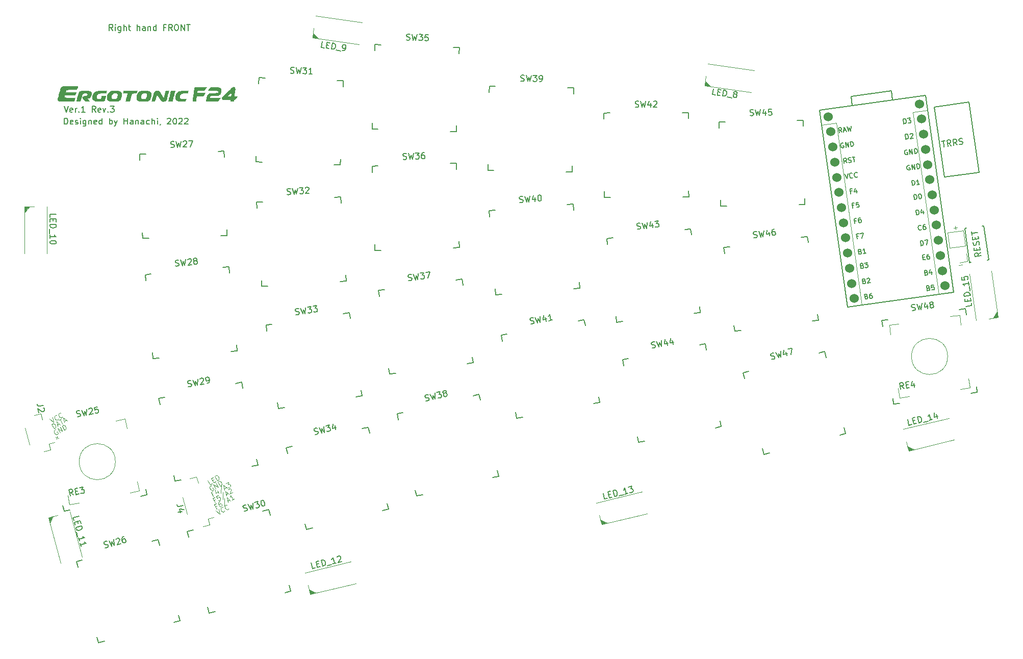
<source format=gbr>
%TF.GenerationSoftware,KiCad,Pcbnew,(6.0.5)*%
%TF.CreationDate,2022-07-31T15:02:15+09:00*%
%TF.ProjectId,ergotonic_f24-pcb-right,6572676f-746f-46e6-9963-5f6632342d70,rev?*%
%TF.SameCoordinates,Original*%
%TF.FileFunction,Legend,Top*%
%TF.FilePolarity,Positive*%
%FSLAX46Y46*%
G04 Gerber Fmt 4.6, Leading zero omitted, Abs format (unit mm)*
G04 Created by KiCad (PCBNEW (6.0.5)) date 2022-07-31 15:02:15*
%MOMM*%
%LPD*%
G01*
G04 APERTURE LIST*
%ADD10C,0.150000*%
%ADD11C,0.100000*%
%ADD12C,0.120000*%
%ADD13C,1.524000*%
G04 APERTURE END LIST*
D10*
X19098380Y-6294380D02*
X18765047Y-5818190D01*
X18526952Y-6294380D02*
X18526952Y-5294380D01*
X18907904Y-5294380D01*
X19003142Y-5342000D01*
X19050761Y-5389619D01*
X19098380Y-5484857D01*
X19098380Y-5627714D01*
X19050761Y-5722952D01*
X19003142Y-5770571D01*
X18907904Y-5818190D01*
X18526952Y-5818190D01*
X19526952Y-6294380D02*
X19526952Y-5627714D01*
X19526952Y-5294380D02*
X19479333Y-5342000D01*
X19526952Y-5389619D01*
X19574571Y-5342000D01*
X19526952Y-5294380D01*
X19526952Y-5389619D01*
X20431714Y-5627714D02*
X20431714Y-6437238D01*
X20384095Y-6532476D01*
X20336476Y-6580095D01*
X20241238Y-6627714D01*
X20098380Y-6627714D01*
X20003142Y-6580095D01*
X20431714Y-6246761D02*
X20336476Y-6294380D01*
X20146000Y-6294380D01*
X20050761Y-6246761D01*
X20003142Y-6199142D01*
X19955523Y-6103904D01*
X19955523Y-5818190D01*
X20003142Y-5722952D01*
X20050761Y-5675333D01*
X20146000Y-5627714D01*
X20336476Y-5627714D01*
X20431714Y-5675333D01*
X20907904Y-6294380D02*
X20907904Y-5294380D01*
X21336476Y-6294380D02*
X21336476Y-5770571D01*
X21288857Y-5675333D01*
X21193619Y-5627714D01*
X21050761Y-5627714D01*
X20955523Y-5675333D01*
X20907904Y-5722952D01*
X21669809Y-5627714D02*
X22050761Y-5627714D01*
X21812666Y-5294380D02*
X21812666Y-6151523D01*
X21860285Y-6246761D01*
X21955523Y-6294380D01*
X22050761Y-6294380D01*
X23146000Y-6294380D02*
X23146000Y-5294380D01*
X23574571Y-6294380D02*
X23574571Y-5770571D01*
X23526952Y-5675333D01*
X23431714Y-5627714D01*
X23288857Y-5627714D01*
X23193619Y-5675333D01*
X23146000Y-5722952D01*
X24479333Y-6294380D02*
X24479333Y-5770571D01*
X24431714Y-5675333D01*
X24336476Y-5627714D01*
X24146000Y-5627714D01*
X24050761Y-5675333D01*
X24479333Y-6246761D02*
X24384095Y-6294380D01*
X24146000Y-6294380D01*
X24050761Y-6246761D01*
X24003142Y-6151523D01*
X24003142Y-6056285D01*
X24050761Y-5961047D01*
X24146000Y-5913428D01*
X24384095Y-5913428D01*
X24479333Y-5865809D01*
X24955523Y-5627714D02*
X24955523Y-6294380D01*
X24955523Y-5722952D02*
X25003142Y-5675333D01*
X25098380Y-5627714D01*
X25241238Y-5627714D01*
X25336476Y-5675333D01*
X25384095Y-5770571D01*
X25384095Y-6294380D01*
X26288857Y-6294380D02*
X26288857Y-5294380D01*
X26288857Y-6246761D02*
X26193619Y-6294380D01*
X26003142Y-6294380D01*
X25907904Y-6246761D01*
X25860285Y-6199142D01*
X25812666Y-6103904D01*
X25812666Y-5818190D01*
X25860285Y-5722952D01*
X25907904Y-5675333D01*
X26003142Y-5627714D01*
X26193619Y-5627714D01*
X26288857Y-5675333D01*
X27860285Y-5770571D02*
X27526952Y-5770571D01*
X27526952Y-6294380D02*
X27526952Y-5294380D01*
X28003142Y-5294380D01*
X28955523Y-6294380D02*
X28622190Y-5818190D01*
X28384095Y-6294380D02*
X28384095Y-5294380D01*
X28765047Y-5294380D01*
X28860285Y-5342000D01*
X28907904Y-5389619D01*
X28955523Y-5484857D01*
X28955523Y-5627714D01*
X28907904Y-5722952D01*
X28860285Y-5770571D01*
X28765047Y-5818190D01*
X28384095Y-5818190D01*
X29574571Y-5294380D02*
X29765047Y-5294380D01*
X29860285Y-5342000D01*
X29955523Y-5437238D01*
X30003142Y-5627714D01*
X30003142Y-5961047D01*
X29955523Y-6151523D01*
X29860285Y-6246761D01*
X29765047Y-6294380D01*
X29574571Y-6294380D01*
X29479333Y-6246761D01*
X29384095Y-6151523D01*
X29336476Y-5961047D01*
X29336476Y-5627714D01*
X29384095Y-5437238D01*
X29479333Y-5342000D01*
X29574571Y-5294380D01*
X30431714Y-6294380D02*
X30431714Y-5294380D01*
X31003142Y-6294380D01*
X31003142Y-5294380D01*
X31336476Y-5294380D02*
X31907904Y-5294380D01*
X31622190Y-6294380D02*
X31622190Y-5294380D01*
D11*
X36100745Y-84155274D02*
X35869805Y-84288608D01*
X36079328Y-84651513D02*
X35679328Y-83958693D01*
X36009243Y-83768217D01*
X36603089Y-83425360D02*
X36273174Y-83615836D01*
X36430659Y-83964798D01*
X36444603Y-83912759D01*
X36491538Y-83841672D01*
X36656495Y-83746434D01*
X36741526Y-83741330D01*
X36793565Y-83755274D01*
X36864652Y-83802210D01*
X36959890Y-83967167D01*
X36964994Y-84052197D01*
X36951050Y-84104236D01*
X36904114Y-84175323D01*
X36739157Y-84270561D01*
X36654127Y-84275665D01*
X36602088Y-84261721D01*
X37408827Y-82916178D02*
X37329267Y-84149804D01*
X37911538Y-83329755D02*
X38241452Y-83139279D01*
X37959841Y-83565799D02*
X37790781Y-82739646D01*
X38421721Y-83299133D01*
X38257765Y-82558009D02*
X38271709Y-82505970D01*
X38318644Y-82434884D01*
X38483601Y-82339646D01*
X38568632Y-82334542D01*
X38620671Y-82348486D01*
X38691757Y-82395421D01*
X38729853Y-82461404D01*
X38754004Y-82579426D01*
X38586678Y-83203894D01*
X39015567Y-82956275D01*
D10*
X11009523Y-18852380D02*
X11342857Y-19852380D01*
X11676190Y-18852380D01*
X12390476Y-19804761D02*
X12295238Y-19852380D01*
X12104761Y-19852380D01*
X12009523Y-19804761D01*
X11961904Y-19709523D01*
X11961904Y-19328571D01*
X12009523Y-19233333D01*
X12104761Y-19185714D01*
X12295238Y-19185714D01*
X12390476Y-19233333D01*
X12438095Y-19328571D01*
X12438095Y-19423809D01*
X11961904Y-19519047D01*
X12866666Y-19852380D02*
X12866666Y-19185714D01*
X12866666Y-19376190D02*
X12914285Y-19280952D01*
X12961904Y-19233333D01*
X13057142Y-19185714D01*
X13152380Y-19185714D01*
X13485714Y-19757142D02*
X13533333Y-19804761D01*
X13485714Y-19852380D01*
X13438095Y-19804761D01*
X13485714Y-19757142D01*
X13485714Y-19852380D01*
X14485714Y-19852380D02*
X13914285Y-19852380D01*
X14200000Y-19852380D02*
X14200000Y-18852380D01*
X14104761Y-18995238D01*
X14009523Y-19090476D01*
X13914285Y-19138095D01*
X16247619Y-19852380D02*
X15914285Y-19376190D01*
X15676190Y-19852380D02*
X15676190Y-18852380D01*
X16057142Y-18852380D01*
X16152380Y-18900000D01*
X16200000Y-18947619D01*
X16247619Y-19042857D01*
X16247619Y-19185714D01*
X16200000Y-19280952D01*
X16152380Y-19328571D01*
X16057142Y-19376190D01*
X15676190Y-19376190D01*
X17057142Y-19804761D02*
X16961904Y-19852380D01*
X16771428Y-19852380D01*
X16676190Y-19804761D01*
X16628571Y-19709523D01*
X16628571Y-19328571D01*
X16676190Y-19233333D01*
X16771428Y-19185714D01*
X16961904Y-19185714D01*
X17057142Y-19233333D01*
X17104761Y-19328571D01*
X17104761Y-19423809D01*
X16628571Y-19519047D01*
X17438095Y-19185714D02*
X17676190Y-19852380D01*
X17914285Y-19185714D01*
X18295238Y-19757142D02*
X18342857Y-19804761D01*
X18295238Y-19852380D01*
X18247619Y-19804761D01*
X18295238Y-19757142D01*
X18295238Y-19852380D01*
X18676190Y-18852380D02*
X19295238Y-18852380D01*
X18961904Y-19233333D01*
X19104761Y-19233333D01*
X19200000Y-19280952D01*
X19247619Y-19328571D01*
X19295238Y-19423809D01*
X19295238Y-19661904D01*
X19247619Y-19757142D01*
X19200000Y-19804761D01*
X19104761Y-19852380D01*
X18819047Y-19852380D01*
X18723809Y-19804761D01*
X18676190Y-19757142D01*
D11*
X35585567Y-81470561D02*
X35255653Y-81661037D01*
X34855653Y-80968217D01*
X35606984Y-80974322D02*
X35837924Y-80840989D01*
X36146422Y-81146752D02*
X35816507Y-81337228D01*
X35416507Y-80644407D01*
X35746422Y-80453931D01*
X36443345Y-80975323D02*
X36043345Y-80282503D01*
X36208302Y-80187265D01*
X36326324Y-80163113D01*
X36430402Y-80191001D01*
X36501489Y-80237936D01*
X36610671Y-80350854D01*
X36667814Y-80449829D01*
X36711013Y-80600842D01*
X36716117Y-80685872D01*
X36688229Y-80789951D01*
X36608302Y-80880085D01*
X36443345Y-80975323D01*
D10*
X7593416Y-68537637D02*
X6889982Y-68661672D01*
X6741026Y-68639583D01*
X6630697Y-68562330D01*
X6558995Y-68429912D01*
X6542457Y-68336121D01*
X7574046Y-68976236D02*
X7629210Y-69014862D01*
X7692644Y-69100384D01*
X7733989Y-69334863D01*
X7703631Y-69436923D01*
X7665004Y-69492087D01*
X7579482Y-69555521D01*
X7485691Y-69572059D01*
X7336735Y-69549970D01*
X6674760Y-69086450D01*
X6782257Y-69696093D01*
D11*
X9799624Y-74113635D02*
X9871803Y-73610082D01*
X9599624Y-73767225D02*
X10071803Y-73956492D01*
X36350745Y-85205274D02*
X36119805Y-85338608D01*
X36329328Y-85701513D02*
X35929328Y-85008693D01*
X36259243Y-84818217D01*
X36820097Y-84494407D02*
X36688132Y-84570598D01*
X36641196Y-84641685D01*
X36627252Y-84693724D01*
X36618412Y-84830793D01*
X36661611Y-84981807D01*
X36813992Y-85245738D01*
X36885079Y-85292673D01*
X36937118Y-85306617D01*
X37022149Y-85301513D01*
X37154114Y-85225323D01*
X37201050Y-85154236D01*
X37214994Y-85102197D01*
X37209890Y-85017167D01*
X37114652Y-84852210D01*
X37043565Y-84805274D01*
X36991526Y-84791330D01*
X36906495Y-84796434D01*
X36774530Y-84872625D01*
X36727594Y-84943711D01*
X36713651Y-84995750D01*
X36718754Y-85080781D01*
X37658827Y-83966178D02*
X37579267Y-85199804D01*
X38161538Y-84379755D02*
X38491452Y-84189279D01*
X38209841Y-84615799D02*
X38040781Y-83789646D01*
X38671721Y-84349133D01*
X39265567Y-84006275D02*
X38869670Y-84234847D01*
X39067618Y-84120561D02*
X38667618Y-83427741D01*
X38658778Y-83564810D01*
X38630891Y-83668888D01*
X38583955Y-83739975D01*
X8607191Y-70753931D02*
X9238132Y-71313418D01*
X9069072Y-70487265D01*
X10057814Y-70752197D02*
X10043870Y-70804236D01*
X9963943Y-70894371D01*
X9897960Y-70932466D01*
X9779938Y-70956617D01*
X9675860Y-70928730D01*
X9604774Y-70881794D01*
X9495592Y-70768876D01*
X9438449Y-70669902D01*
X9395250Y-70518888D01*
X9390146Y-70433858D01*
X9418034Y-70329780D01*
X9497960Y-70239646D01*
X9563943Y-70201550D01*
X9681965Y-70177399D01*
X9734004Y-70191343D01*
X10750634Y-70352197D02*
X10736690Y-70404236D01*
X10656764Y-70494371D01*
X10590781Y-70532466D01*
X10472759Y-70556617D01*
X10368681Y-70528730D01*
X10297594Y-70481794D01*
X10188412Y-70368876D01*
X10131269Y-70269902D01*
X10088070Y-70118888D01*
X10082966Y-70033858D01*
X10110854Y-69929780D01*
X10190781Y-69839646D01*
X10256764Y-69801550D01*
X10374786Y-69777399D01*
X10426825Y-69791343D01*
X35800745Y-83155274D02*
X35569805Y-83288608D01*
X35779328Y-83651513D02*
X35379328Y-82958693D01*
X35709243Y-82768217D01*
X36403431Y-82675348D02*
X36670097Y-83137228D01*
X36086092Y-82506654D02*
X36206850Y-83096764D01*
X36635738Y-82849145D01*
X37108827Y-81916178D02*
X37029267Y-83149804D01*
X37611538Y-82329755D02*
X37941452Y-82139279D01*
X37659841Y-82565799D02*
X37490781Y-81739646D01*
X38121721Y-82299133D01*
X37886678Y-81511074D02*
X38315567Y-81263455D01*
X38237008Y-81660720D01*
X38335982Y-81603577D01*
X38421013Y-81598473D01*
X38473052Y-81612417D01*
X38544138Y-81659352D01*
X38639376Y-81824310D01*
X38644480Y-81909340D01*
X38630536Y-81961379D01*
X38583601Y-82032466D01*
X38385652Y-82146752D01*
X38300622Y-82151855D01*
X38248583Y-82137912D01*
D10*
X30781416Y-85176637D02*
X30077982Y-85300672D01*
X29929026Y-85278583D01*
X29818697Y-85201330D01*
X29746995Y-85068912D01*
X29730457Y-84975121D01*
X30610257Y-86125536D02*
X29953719Y-86241302D01*
X30944077Y-85824907D02*
X30199298Y-85714463D01*
X30306795Y-86324106D01*
D11*
X35472136Y-81858351D02*
X35387106Y-81863455D01*
X35288132Y-81920598D01*
X35208205Y-82010732D01*
X35180317Y-82114810D01*
X35185421Y-82199841D01*
X35228620Y-82350854D01*
X35285763Y-82449829D01*
X35394945Y-82562747D01*
X35466031Y-82609682D01*
X35570110Y-82637570D01*
X35688132Y-82613418D01*
X35754114Y-82575323D01*
X35834041Y-82485189D01*
X35847985Y-82433150D01*
X35714652Y-82202210D01*
X35582686Y-82278400D01*
X36183003Y-82327704D02*
X35783003Y-81634884D01*
X36578901Y-82099133D01*
X36178901Y-81406312D01*
X36908815Y-81908656D02*
X36508815Y-81215836D01*
X36673772Y-81120598D01*
X36791794Y-81096446D01*
X36895872Y-81124334D01*
X36966959Y-81171269D01*
X37076141Y-81284188D01*
X37133284Y-81383162D01*
X37176483Y-81534175D01*
X37181587Y-81619206D01*
X37153699Y-81723284D01*
X37073772Y-81813418D01*
X36908815Y-81908656D01*
X9622136Y-72558351D02*
X9537106Y-72563455D01*
X9438132Y-72620598D01*
X9358205Y-72710732D01*
X9330317Y-72814810D01*
X9335421Y-72899841D01*
X9378620Y-73050854D01*
X9435763Y-73149829D01*
X9544945Y-73262747D01*
X9616031Y-73309682D01*
X9720110Y-73337570D01*
X9838132Y-73313418D01*
X9904114Y-73275323D01*
X9984041Y-73185189D01*
X9997985Y-73133150D01*
X9864652Y-72902210D01*
X9732686Y-72978400D01*
X10333003Y-73027704D02*
X9933003Y-72334884D01*
X10728901Y-72799133D01*
X10328901Y-72106312D01*
X11058815Y-72608656D02*
X10658815Y-71915836D01*
X10823772Y-71820598D01*
X10941794Y-71796446D01*
X11045872Y-71824334D01*
X11116959Y-71871269D01*
X11226141Y-71984188D01*
X11283284Y-72083162D01*
X11326483Y-72234175D01*
X11331587Y-72319206D01*
X11303699Y-72423284D01*
X11223772Y-72513418D01*
X11058815Y-72608656D01*
X36207191Y-86003931D02*
X36838132Y-86563418D01*
X36669072Y-85737265D01*
X37657814Y-86002197D02*
X37643870Y-86054236D01*
X37563943Y-86144371D01*
X37497960Y-86182466D01*
X37379938Y-86206617D01*
X37275860Y-86178730D01*
X37204774Y-86131794D01*
X37095592Y-86018876D01*
X37038449Y-85919902D01*
X36995250Y-85768888D01*
X36990146Y-85683858D01*
X37018034Y-85579780D01*
X37097960Y-85489646D01*
X37163943Y-85451550D01*
X37281965Y-85427399D01*
X37334004Y-85441343D01*
X38350634Y-85602197D02*
X38336690Y-85654236D01*
X38256764Y-85744371D01*
X38190781Y-85782466D01*
X38072759Y-85806617D01*
X37968681Y-85778730D01*
X37897594Y-85731794D01*
X37788412Y-85618876D01*
X37731269Y-85519902D01*
X37688070Y-85368888D01*
X37682966Y-85283858D01*
X37710854Y-85179780D01*
X37790781Y-85089646D01*
X37856764Y-85051550D01*
X37974786Y-85027399D01*
X38026825Y-85041343D01*
X159556156Y-45299001D02*
X160159748Y-45214172D01*
D10*
X11061904Y-21852380D02*
X11061904Y-20852380D01*
X11299999Y-20852380D01*
X11442857Y-20900000D01*
X11538095Y-20995238D01*
X11585714Y-21090476D01*
X11633333Y-21280952D01*
X11633333Y-21423809D01*
X11585714Y-21614285D01*
X11538095Y-21709523D01*
X11442857Y-21804761D01*
X11299999Y-21852380D01*
X11061904Y-21852380D01*
X12442857Y-21804761D02*
X12347619Y-21852380D01*
X12157142Y-21852380D01*
X12061904Y-21804761D01*
X12014285Y-21709523D01*
X12014285Y-21328571D01*
X12061904Y-21233333D01*
X12157142Y-21185714D01*
X12347619Y-21185714D01*
X12442857Y-21233333D01*
X12490476Y-21328571D01*
X12490476Y-21423809D01*
X12014285Y-21519047D01*
X12871428Y-21804761D02*
X12966666Y-21852380D01*
X13157142Y-21852380D01*
X13252380Y-21804761D01*
X13299999Y-21709523D01*
X13299999Y-21661904D01*
X13252380Y-21566666D01*
X13157142Y-21519047D01*
X13014285Y-21519047D01*
X12919047Y-21471428D01*
X12871428Y-21376190D01*
X12871428Y-21328571D01*
X12919047Y-21233333D01*
X13014285Y-21185714D01*
X13157142Y-21185714D01*
X13252380Y-21233333D01*
X13728571Y-21852380D02*
X13728571Y-21185714D01*
X13728571Y-20852380D02*
X13680952Y-20900000D01*
X13728571Y-20947619D01*
X13776190Y-20900000D01*
X13728571Y-20852380D01*
X13728571Y-20947619D01*
X14633333Y-21185714D02*
X14633333Y-21995238D01*
X14585714Y-22090476D01*
X14538095Y-22138095D01*
X14442857Y-22185714D01*
X14299999Y-22185714D01*
X14204761Y-22138095D01*
X14633333Y-21804761D02*
X14538095Y-21852380D01*
X14347619Y-21852380D01*
X14252380Y-21804761D01*
X14204761Y-21757142D01*
X14157142Y-21661904D01*
X14157142Y-21376190D01*
X14204761Y-21280952D01*
X14252380Y-21233333D01*
X14347619Y-21185714D01*
X14538095Y-21185714D01*
X14633333Y-21233333D01*
X15109523Y-21185714D02*
X15109523Y-21852380D01*
X15109523Y-21280952D02*
X15157142Y-21233333D01*
X15252380Y-21185714D01*
X15395238Y-21185714D01*
X15490476Y-21233333D01*
X15538095Y-21328571D01*
X15538095Y-21852380D01*
X16395238Y-21804761D02*
X16299999Y-21852380D01*
X16109523Y-21852380D01*
X16014285Y-21804761D01*
X15966666Y-21709523D01*
X15966666Y-21328571D01*
X16014285Y-21233333D01*
X16109523Y-21185714D01*
X16299999Y-21185714D01*
X16395238Y-21233333D01*
X16442857Y-21328571D01*
X16442857Y-21423809D01*
X15966666Y-21519047D01*
X17300000Y-21852380D02*
X17300000Y-20852380D01*
X17300000Y-21804761D02*
X17204761Y-21852380D01*
X17014285Y-21852380D01*
X16919047Y-21804761D01*
X16871428Y-21757142D01*
X16823809Y-21661904D01*
X16823809Y-21376190D01*
X16871428Y-21280952D01*
X16919047Y-21233333D01*
X17014285Y-21185714D01*
X17204761Y-21185714D01*
X17300000Y-21233333D01*
X18538095Y-21852380D02*
X18538095Y-20852380D01*
X18538095Y-21233333D02*
X18633333Y-21185714D01*
X18823809Y-21185714D01*
X18919047Y-21233333D01*
X18966666Y-21280952D01*
X19014285Y-21376190D01*
X19014285Y-21661904D01*
X18966666Y-21757142D01*
X18919047Y-21804761D01*
X18823809Y-21852380D01*
X18633333Y-21852380D01*
X18538095Y-21804761D01*
X19347619Y-21185714D02*
X19585714Y-21852380D01*
X19823809Y-21185714D02*
X19585714Y-21852380D01*
X19490476Y-22090476D01*
X19442857Y-22138095D01*
X19347619Y-22185714D01*
X20966666Y-21852380D02*
X20966666Y-20852380D01*
X20966666Y-21328571D02*
X21538095Y-21328571D01*
X21538095Y-21852380D02*
X21538095Y-20852380D01*
X22442857Y-21852380D02*
X22442857Y-21328571D01*
X22395238Y-21233333D01*
X22300000Y-21185714D01*
X22109523Y-21185714D01*
X22014285Y-21233333D01*
X22442857Y-21804761D02*
X22347619Y-21852380D01*
X22109523Y-21852380D01*
X22014285Y-21804761D01*
X21966666Y-21709523D01*
X21966666Y-21614285D01*
X22014285Y-21519047D01*
X22109523Y-21471428D01*
X22347619Y-21471428D01*
X22442857Y-21423809D01*
X22919047Y-21185714D02*
X22919047Y-21852380D01*
X22919047Y-21280952D02*
X22966666Y-21233333D01*
X23061904Y-21185714D01*
X23204761Y-21185714D01*
X23300000Y-21233333D01*
X23347619Y-21328571D01*
X23347619Y-21852380D01*
X24252380Y-21852380D02*
X24252380Y-21328571D01*
X24204761Y-21233333D01*
X24109523Y-21185714D01*
X23919047Y-21185714D01*
X23823809Y-21233333D01*
X24252380Y-21804761D02*
X24157142Y-21852380D01*
X23919047Y-21852380D01*
X23823809Y-21804761D01*
X23776190Y-21709523D01*
X23776190Y-21614285D01*
X23823809Y-21519047D01*
X23919047Y-21471428D01*
X24157142Y-21471428D01*
X24252380Y-21423809D01*
X25157142Y-21804761D02*
X25061904Y-21852380D01*
X24871428Y-21852380D01*
X24776190Y-21804761D01*
X24728571Y-21757142D01*
X24680952Y-21661904D01*
X24680952Y-21376190D01*
X24728571Y-21280952D01*
X24776190Y-21233333D01*
X24871428Y-21185714D01*
X25061904Y-21185714D01*
X25157142Y-21233333D01*
X25585714Y-21852380D02*
X25585714Y-20852380D01*
X26014285Y-21852380D02*
X26014285Y-21328571D01*
X25966666Y-21233333D01*
X25871428Y-21185714D01*
X25728571Y-21185714D01*
X25633333Y-21233333D01*
X25585714Y-21280952D01*
X26490476Y-21852380D02*
X26490476Y-21185714D01*
X26490476Y-20852380D02*
X26442857Y-20900000D01*
X26490476Y-20947619D01*
X26538095Y-20900000D01*
X26490476Y-20852380D01*
X26490476Y-20947619D01*
X27014285Y-21804761D02*
X27014285Y-21852380D01*
X26966666Y-21947619D01*
X26919047Y-21995238D01*
X28157142Y-20947619D02*
X28204761Y-20900000D01*
X28299999Y-20852380D01*
X28538095Y-20852380D01*
X28633333Y-20900000D01*
X28680952Y-20947619D01*
X28728571Y-21042857D01*
X28728571Y-21138095D01*
X28680952Y-21280952D01*
X28109523Y-21852380D01*
X28728571Y-21852380D01*
X29347619Y-20852380D02*
X29442857Y-20852380D01*
X29538095Y-20900000D01*
X29585714Y-20947619D01*
X29633333Y-21042857D01*
X29680952Y-21233333D01*
X29680952Y-21471428D01*
X29633333Y-21661904D01*
X29585714Y-21757142D01*
X29538095Y-21804761D01*
X29442857Y-21852380D01*
X29347619Y-21852380D01*
X29252380Y-21804761D01*
X29204761Y-21757142D01*
X29157142Y-21661904D01*
X29109523Y-21471428D01*
X29109523Y-21233333D01*
X29157142Y-21042857D01*
X29204761Y-20947619D01*
X29252380Y-20900000D01*
X29347619Y-20852380D01*
X30061904Y-20947619D02*
X30109523Y-20900000D01*
X30204761Y-20852380D01*
X30442857Y-20852380D01*
X30538095Y-20900000D01*
X30585714Y-20947619D01*
X30633333Y-21042857D01*
X30633333Y-21138095D01*
X30585714Y-21280952D01*
X30014285Y-21852380D01*
X30633333Y-21852380D01*
X31014285Y-20947619D02*
X31061904Y-20900000D01*
X31157142Y-20852380D01*
X31395238Y-20852380D01*
X31490476Y-20900000D01*
X31538095Y-20947619D01*
X31585714Y-21042857D01*
X31585714Y-21138095D01*
X31538095Y-21280952D01*
X30966666Y-21852380D01*
X31585714Y-21852380D01*
D11*
X158706156Y-39099001D02*
X159309748Y-39014172D01*
X159050367Y-39358382D02*
X158965538Y-38754790D01*
X9341721Y-72363418D02*
X8941721Y-71670598D01*
X9106679Y-71575360D01*
X9224701Y-71551208D01*
X9328779Y-71579096D01*
X9399865Y-71626031D01*
X9509047Y-71738949D01*
X9566190Y-71837924D01*
X9609389Y-71988937D01*
X9614493Y-72073968D01*
X9586605Y-72178046D01*
X9506679Y-72268180D01*
X9341721Y-72363418D01*
X9887265Y-71784517D02*
X10217179Y-71594041D01*
X9935567Y-72020561D02*
X9766507Y-71194407D01*
X10397448Y-71753894D01*
X10129413Y-70984884D02*
X10525311Y-70756312D01*
X10727362Y-71563418D02*
X10327362Y-70870598D01*
X11008974Y-71136898D02*
X11338888Y-70946422D01*
X11057276Y-71372942D02*
X10888217Y-70546788D01*
X11519157Y-71106275D01*
D10*
%TO.C,SW26*%
X17824586Y-92136252D02*
X17974917Y-92144985D01*
X18204780Y-92082920D01*
X18284313Y-92012122D01*
X18317873Y-91953736D01*
X18339019Y-91849377D01*
X18314193Y-91757432D01*
X18243395Y-91677900D01*
X18185009Y-91644340D01*
X18080650Y-91623193D01*
X17884346Y-91626872D01*
X17779988Y-91605726D01*
X17721602Y-91572166D01*
X17650804Y-91492634D01*
X17625978Y-91400688D01*
X17647124Y-91296330D01*
X17680684Y-91237944D01*
X17760216Y-91167145D01*
X17990080Y-91105080D01*
X18140411Y-91113814D01*
X18449807Y-90980950D02*
X18940344Y-91884312D01*
X18938040Y-91145070D01*
X19308126Y-91785008D01*
X19277316Y-90757516D01*
X19623951Y-90762571D02*
X19657511Y-90704185D01*
X19737043Y-90633386D01*
X19966907Y-90571321D01*
X20071266Y-90592468D01*
X20129651Y-90626028D01*
X20200450Y-90705560D01*
X20225276Y-90797506D01*
X20216542Y-90947837D01*
X19813826Y-91648465D01*
X20411471Y-91487096D01*
X20978307Y-90298235D02*
X20794416Y-90347887D01*
X20714884Y-90418686D01*
X20681324Y-90477072D01*
X20626617Y-90639816D01*
X20630297Y-90836120D01*
X20729601Y-91203901D01*
X20800399Y-91283434D01*
X20858785Y-91316994D01*
X20963144Y-91338140D01*
X21147035Y-91288488D01*
X21226567Y-91217690D01*
X21260127Y-91159304D01*
X21281273Y-91054945D01*
X21219208Y-90825082D01*
X21148410Y-90745549D01*
X21090024Y-90711990D01*
X20985666Y-90690843D01*
X20801775Y-90740495D01*
X20722242Y-90811294D01*
X20688682Y-90869679D01*
X20667536Y-90974038D01*
%TO.C,U2*%
X152183943Y-34356232D02*
X152072605Y-33564017D01*
X152261227Y-33537508D01*
X152379703Y-33559327D01*
X152465755Y-33624172D01*
X152514083Y-33694320D01*
X152573015Y-33839916D01*
X152588921Y-33953089D01*
X152572404Y-34109289D01*
X152545283Y-34190040D01*
X152480437Y-34276092D01*
X152372566Y-34329722D01*
X152183943Y-34356232D01*
X153015717Y-33431471D02*
X153091166Y-33420868D01*
X153171917Y-33447989D01*
X153214943Y-33480411D01*
X153263271Y-33550558D01*
X153322203Y-33696155D01*
X153348712Y-33884777D01*
X153332195Y-34040977D01*
X153305074Y-34121728D01*
X153272652Y-34164754D01*
X153202505Y-34213082D01*
X153127056Y-34223686D01*
X153046305Y-34196565D01*
X153003278Y-34164142D01*
X152954950Y-34093995D01*
X152896018Y-33948399D01*
X152869509Y-33759777D01*
X152886026Y-33603577D01*
X152913147Y-33522826D01*
X152945570Y-33479800D01*
X153015717Y-33431471D01*
X143494097Y-45335767D02*
X143612572Y-45357586D01*
X143655598Y-45390009D01*
X143703926Y-45460156D01*
X143719832Y-45573330D01*
X143692711Y-45654080D01*
X143660288Y-45697107D01*
X143590141Y-45745435D01*
X143288345Y-45787850D01*
X143177007Y-44995635D01*
X143441078Y-44958522D01*
X143521829Y-44985643D01*
X143564855Y-45018066D01*
X143613184Y-45088213D01*
X143623787Y-45163662D01*
X143596666Y-45244413D01*
X143564244Y-45287439D01*
X143494097Y-45335767D01*
X143230025Y-45372880D01*
X143893772Y-44894900D02*
X144384191Y-44825977D01*
X144162534Y-45164885D01*
X144275707Y-45148980D01*
X144356458Y-45176101D01*
X144399484Y-45208523D01*
X144447813Y-45278671D01*
X144474322Y-45467293D01*
X144447201Y-45548044D01*
X144414778Y-45591070D01*
X144344631Y-45639398D01*
X144118284Y-45671209D01*
X144037533Y-45644088D01*
X143994507Y-45611666D01*
X151340738Y-28688722D02*
X151259987Y-28661601D01*
X151146814Y-28677506D01*
X151038942Y-28731136D01*
X150974097Y-28817189D01*
X150946976Y-28897940D01*
X150930459Y-29054140D01*
X150946364Y-29167313D01*
X151005296Y-29312909D01*
X151053624Y-29383056D01*
X151139677Y-29447902D01*
X151258152Y-29469721D01*
X151333601Y-29459117D01*
X151441473Y-29405487D01*
X151473896Y-29362461D01*
X151436783Y-29098389D01*
X151285885Y-29119597D01*
X151824020Y-29390193D02*
X151712681Y-28597979D01*
X152276714Y-29326571D01*
X152165375Y-28534357D01*
X152653959Y-29273553D02*
X152542620Y-28481338D01*
X152731243Y-28454829D01*
X152849718Y-28476648D01*
X152935771Y-28541494D01*
X152984099Y-28611641D01*
X153043031Y-28757237D01*
X153058936Y-28870410D01*
X153042419Y-29026610D01*
X153015298Y-29107361D01*
X152950453Y-29193414D01*
X152842581Y-29247044D01*
X152653959Y-29273553D01*
X142501228Y-37860556D02*
X142237157Y-37897668D01*
X142295477Y-38312638D02*
X142184138Y-37520423D01*
X142561383Y-37467405D01*
X143202700Y-37377274D02*
X143051802Y-37398481D01*
X142981655Y-37446809D01*
X142949232Y-37489836D01*
X142889689Y-37613613D01*
X142873171Y-37769813D01*
X142915586Y-38071609D01*
X142963914Y-38141756D01*
X143006941Y-38174179D01*
X143087691Y-38201299D01*
X143238589Y-38180092D01*
X143308737Y-38131764D01*
X143341159Y-38088738D01*
X143368280Y-38007987D01*
X143341771Y-37819364D01*
X143293443Y-37749217D01*
X143250416Y-37716794D01*
X143169666Y-37689674D01*
X143018768Y-37710881D01*
X142948620Y-37759209D01*
X142916198Y-37802235D01*
X142889077Y-37882986D01*
X154516222Y-49035174D02*
X154634697Y-49056993D01*
X154677723Y-49089416D01*
X154726051Y-49159563D01*
X154741957Y-49272737D01*
X154714836Y-49353487D01*
X154682413Y-49396514D01*
X154612266Y-49444842D01*
X154310470Y-49487257D01*
X154199132Y-48695042D01*
X154463203Y-48657929D01*
X154543954Y-48685050D01*
X154586980Y-48717473D01*
X154635309Y-48787620D01*
X154645912Y-48863069D01*
X154618791Y-48943820D01*
X154586369Y-48986846D01*
X154516222Y-49035174D01*
X154252150Y-49072287D01*
X155368591Y-48530685D02*
X154991346Y-48583704D01*
X155006640Y-48966251D01*
X155039063Y-48923224D01*
X155109210Y-48874896D01*
X155297832Y-48848387D01*
X155378583Y-48875508D01*
X155421609Y-48907930D01*
X155469938Y-48978078D01*
X155496447Y-49166700D01*
X155469326Y-49247451D01*
X155436903Y-49290477D01*
X155366756Y-49338805D01*
X155178134Y-49365314D01*
X155097383Y-49338194D01*
X155054356Y-49305771D01*
X140606541Y-30127390D02*
X140981951Y-30882492D01*
X141134684Y-30053164D01*
X141952185Y-30669195D02*
X141919762Y-30712221D01*
X141811890Y-30765851D01*
X141736441Y-30776455D01*
X141617966Y-30754636D01*
X141531913Y-30689791D01*
X141483585Y-30619644D01*
X141424653Y-30474047D01*
X141408748Y-30360874D01*
X141425265Y-30204674D01*
X141452386Y-30123923D01*
X141517231Y-30037871D01*
X141625103Y-29984241D01*
X141700552Y-29973637D01*
X141819027Y-29995456D01*
X141862054Y-30027879D01*
X142744399Y-30557857D02*
X142711977Y-30600883D01*
X142604105Y-30654513D01*
X142528656Y-30665117D01*
X142410181Y-30643298D01*
X142324128Y-30578452D01*
X142275800Y-30508305D01*
X142216868Y-30362709D01*
X142200962Y-30249535D01*
X142217480Y-30093336D01*
X142244600Y-30012585D01*
X142309446Y-29926532D01*
X142417317Y-29872902D01*
X142492766Y-29862298D01*
X142611242Y-29884117D01*
X142654268Y-29916540D01*
X150775464Y-24334385D02*
X150664126Y-23542170D01*
X150852748Y-23515661D01*
X150971224Y-23537480D01*
X151057276Y-23602325D01*
X151105604Y-23672473D01*
X151164536Y-23818069D01*
X151180442Y-23931242D01*
X151163925Y-24087442D01*
X151136804Y-24168193D01*
X151071958Y-24254245D01*
X150964087Y-24307875D01*
X150775464Y-24334385D01*
X151429219Y-23511583D02*
X151461642Y-23468556D01*
X151531789Y-23420228D01*
X151720412Y-23393719D01*
X151801162Y-23420840D01*
X151844189Y-23453262D01*
X151892517Y-23523410D01*
X151903121Y-23598859D01*
X151881302Y-23717334D01*
X151492230Y-24233650D01*
X151982648Y-24164726D01*
X143162692Y-42977685D02*
X143281167Y-42999504D01*
X143324193Y-43031927D01*
X143372521Y-43102074D01*
X143388427Y-43215248D01*
X143361306Y-43295998D01*
X143328883Y-43339025D01*
X143258736Y-43387353D01*
X142956940Y-43429768D01*
X142845602Y-42637553D01*
X143109673Y-42600440D01*
X143190424Y-42627561D01*
X143233450Y-42659984D01*
X143281779Y-42730131D01*
X143292382Y-42805580D01*
X143265261Y-42886331D01*
X143232839Y-42929357D01*
X143162692Y-42977685D01*
X142898620Y-43014798D01*
X144164124Y-43260109D02*
X143711430Y-43323731D01*
X143937777Y-43291920D02*
X143826439Y-42499706D01*
X143766895Y-42623483D01*
X143702050Y-42709535D01*
X143631903Y-42757864D01*
X154157198Y-46480586D02*
X154275673Y-46502405D01*
X154318699Y-46534828D01*
X154367027Y-46604975D01*
X154382933Y-46718149D01*
X154355812Y-46798899D01*
X154323389Y-46841926D01*
X154253242Y-46890254D01*
X153951446Y-46932669D01*
X153840108Y-46140454D01*
X154104179Y-46103341D01*
X154184930Y-46130462D01*
X154227956Y-46162885D01*
X154276285Y-46233032D01*
X154286888Y-46308481D01*
X154259767Y-46389232D01*
X154227345Y-46432258D01*
X154157198Y-46480586D01*
X153893126Y-46517699D01*
X155008955Y-46245471D02*
X155083181Y-46773614D01*
X154777918Y-45970184D02*
X154668823Y-46562560D01*
X155159242Y-46493637D01*
X142860252Y-40415145D02*
X142596181Y-40452257D01*
X142654501Y-40867227D02*
X142543162Y-40075012D01*
X142920407Y-40021994D01*
X143146754Y-39990183D02*
X143674897Y-39915957D01*
X143446715Y-40755888D01*
X152542967Y-36910821D02*
X152431629Y-36118606D01*
X152620251Y-36092097D01*
X152738727Y-36113916D01*
X152824779Y-36178761D01*
X152873107Y-36248909D01*
X152932039Y-36394505D01*
X152947945Y-36507678D01*
X152931428Y-36663878D01*
X152904307Y-36744629D01*
X152839461Y-36830681D01*
X152731590Y-36884311D01*
X152542967Y-36910821D01*
X153600476Y-36223623D02*
X153674702Y-36751766D01*
X153369439Y-35948336D02*
X153260344Y-36540712D01*
X153750763Y-36471789D01*
X150416440Y-21779796D02*
X150305102Y-20987581D01*
X150493724Y-20961072D01*
X150612200Y-20982891D01*
X150698252Y-21047736D01*
X150746580Y-21117884D01*
X150805512Y-21263480D01*
X150821418Y-21376653D01*
X150804901Y-21532853D01*
X150777780Y-21613604D01*
X150712934Y-21699656D01*
X150605063Y-21753286D01*
X150416440Y-21779796D01*
X151021867Y-20886846D02*
X151512286Y-20817923D01*
X151290629Y-21156831D01*
X151403802Y-21140926D01*
X151484553Y-21168047D01*
X151527579Y-21200469D01*
X151575908Y-21270617D01*
X151602417Y-21459239D01*
X151575296Y-21539990D01*
X151542873Y-21583016D01*
X151472726Y-21631344D01*
X151246379Y-21663155D01*
X151165628Y-21636034D01*
X151122602Y-21603612D01*
X140150089Y-23184264D02*
X139832999Y-22844132D01*
X139697395Y-23247886D02*
X139586056Y-22455671D01*
X139887852Y-22413257D01*
X139968603Y-22440378D01*
X140011629Y-22472800D01*
X140059958Y-22542947D01*
X140075863Y-22656121D01*
X140048742Y-22736872D01*
X140016320Y-22779898D01*
X139946172Y-22828226D01*
X139644376Y-22870641D01*
X140420074Y-22915502D02*
X140797319Y-22862484D01*
X140376436Y-23152453D02*
X140529169Y-22323126D01*
X140904579Y-23078227D01*
X140981863Y-22259504D02*
X141281824Y-23025209D01*
X141353194Y-22438134D01*
X141583620Y-22982794D01*
X141660904Y-22164071D01*
X140981310Y-28277537D02*
X140664220Y-27937405D01*
X140528616Y-28341159D02*
X140417278Y-27548945D01*
X140719074Y-27506530D01*
X140799825Y-27533651D01*
X140842851Y-27566074D01*
X140891179Y-27636221D01*
X140907085Y-27749394D01*
X140879964Y-27830145D01*
X140847541Y-27873171D01*
X140777394Y-27921500D01*
X140475598Y-27963914D01*
X141277804Y-28197398D02*
X141396280Y-28219217D01*
X141584902Y-28192708D01*
X141655049Y-28144380D01*
X141687472Y-28101353D01*
X141714593Y-28020603D01*
X141703989Y-27945154D01*
X141655661Y-27875007D01*
X141612635Y-27842584D01*
X141531884Y-27815463D01*
X141375684Y-27798946D01*
X141294933Y-27771825D01*
X141251907Y-27739402D01*
X141203579Y-27669255D01*
X141192975Y-27593806D01*
X141220096Y-27513055D01*
X141252519Y-27470029D01*
X141322666Y-27421701D01*
X141511288Y-27395192D01*
X141629763Y-27417011D01*
X141850809Y-27347475D02*
X142303503Y-27283853D01*
X142188494Y-28107879D02*
X142077156Y-27315664D01*
X140346489Y-24992316D02*
X140265738Y-24965195D01*
X140152565Y-24981100D01*
X140044693Y-25034730D01*
X139979848Y-25120783D01*
X139952727Y-25201534D01*
X139936210Y-25357734D01*
X139952115Y-25470907D01*
X140011047Y-25616503D01*
X140059375Y-25686650D01*
X140145428Y-25751496D01*
X140263903Y-25773315D01*
X140339352Y-25762711D01*
X140447224Y-25709081D01*
X140479647Y-25666055D01*
X140442534Y-25401983D01*
X140291636Y-25423191D01*
X140829771Y-25693787D02*
X140718432Y-24901573D01*
X141282465Y-25630165D01*
X141171126Y-24837951D01*
X141659710Y-25577147D02*
X141548371Y-24784932D01*
X141736994Y-24758423D01*
X141855469Y-24780242D01*
X141941522Y-24845088D01*
X141989850Y-24915235D01*
X142048782Y-25060831D01*
X142064687Y-25174004D01*
X142048170Y-25330204D01*
X142021049Y-25410955D01*
X141956204Y-25497008D01*
X141848332Y-25550638D01*
X141659710Y-25577147D01*
X150940738Y-26137134D02*
X150859987Y-26110013D01*
X150746814Y-26125918D01*
X150638942Y-26179548D01*
X150574097Y-26265601D01*
X150546976Y-26346352D01*
X150530459Y-26502552D01*
X150546364Y-26615725D01*
X150605296Y-26761321D01*
X150653624Y-26831468D01*
X150739677Y-26896314D01*
X150858152Y-26918133D01*
X150933601Y-26907529D01*
X151041473Y-26853899D01*
X151073896Y-26810873D01*
X151036783Y-26546801D01*
X150885885Y-26568009D01*
X151424020Y-26838605D02*
X151312681Y-26046391D01*
X151876714Y-26774983D01*
X151765375Y-25982769D01*
X152253959Y-26721965D02*
X152142620Y-25929750D01*
X152331243Y-25903241D01*
X152449718Y-25925060D01*
X152535771Y-25989906D01*
X152584099Y-26060053D01*
X152643031Y-26205649D01*
X152658936Y-26318822D01*
X152642419Y-26475022D01*
X152615298Y-26555773D01*
X152550453Y-26641826D01*
X152442581Y-26695456D01*
X152253959Y-26721965D01*
X142142203Y-35305968D02*
X141878132Y-35343080D01*
X141936452Y-35758050D02*
X141825113Y-34965835D01*
X142202358Y-34912817D01*
X142881399Y-34817384D02*
X142504154Y-34870402D01*
X142519448Y-35252949D01*
X142551871Y-35209923D01*
X142622018Y-35161595D01*
X142810641Y-35135086D01*
X142891391Y-35162206D01*
X142934418Y-35194629D01*
X142982746Y-35264776D01*
X143009255Y-35453399D01*
X142982134Y-35534150D01*
X142949712Y-35577176D01*
X142879564Y-35625504D01*
X142690942Y-35652013D01*
X142610191Y-35624892D01*
X142567165Y-35592470D01*
X153571827Y-43957808D02*
X153835898Y-43920695D01*
X154007392Y-44319759D02*
X153630147Y-44372778D01*
X153518808Y-43580563D01*
X153896053Y-43527545D01*
X154575094Y-43432112D02*
X154424196Y-43453319D01*
X154354049Y-43501648D01*
X154321626Y-43544674D01*
X154262083Y-43668451D01*
X154245566Y-43824651D01*
X154287980Y-44126447D01*
X154336308Y-44196594D01*
X154379335Y-44229017D01*
X154460086Y-44256137D01*
X154610984Y-44234930D01*
X154681131Y-44186602D01*
X154713553Y-44143576D01*
X154740674Y-44062825D01*
X154714165Y-43874202D01*
X154665837Y-43804055D01*
X154622811Y-43771633D01*
X154542060Y-43744512D01*
X154391162Y-43765719D01*
X154321015Y-43814047D01*
X154288592Y-43857074D01*
X154261471Y-43937824D01*
X151852536Y-31998151D02*
X151741198Y-31205936D01*
X151929820Y-31179427D01*
X152048296Y-31201246D01*
X152134348Y-31266091D01*
X152182676Y-31336239D01*
X152241608Y-31481835D01*
X152257514Y-31595008D01*
X152240997Y-31751208D01*
X152213876Y-31831959D01*
X152149030Y-31918011D01*
X152041159Y-31971641D01*
X151852536Y-31998151D01*
X153059720Y-31828492D02*
X152607026Y-31892114D01*
X152833373Y-31860303D02*
X152722035Y-31068089D01*
X152662491Y-31191866D01*
X152597646Y-31277918D01*
X152527499Y-31326247D01*
X144212145Y-50444944D02*
X144330620Y-50466763D01*
X144373646Y-50499186D01*
X144421974Y-50569333D01*
X144437880Y-50682507D01*
X144410759Y-50763257D01*
X144378336Y-50806284D01*
X144308189Y-50854612D01*
X144006393Y-50897027D01*
X143895055Y-50104812D01*
X144159126Y-50067699D01*
X144239877Y-50094820D01*
X144282903Y-50127243D01*
X144331232Y-50197390D01*
X144341835Y-50272839D01*
X144314714Y-50353590D01*
X144282292Y-50396616D01*
X144212145Y-50444944D01*
X143948073Y-50482057D01*
X145026790Y-49945757D02*
X144875892Y-49966965D01*
X144805744Y-50015293D01*
X144773322Y-50058319D01*
X144713778Y-50182096D01*
X144697261Y-50338296D01*
X144739676Y-50640092D01*
X144788004Y-50710239D01*
X144831030Y-50742662D01*
X144911781Y-50769783D01*
X145062679Y-50748575D01*
X145132826Y-50700247D01*
X145165249Y-50657221D01*
X145192370Y-50576470D01*
X145165861Y-50387848D01*
X145117532Y-50317700D01*
X145074506Y-50285278D01*
X144993755Y-50258157D01*
X144842857Y-50279364D01*
X144772710Y-50327692D01*
X144740287Y-50370719D01*
X144713167Y-50451470D01*
X153344082Y-39326339D02*
X153311659Y-39369365D01*
X153203787Y-39422995D01*
X153128338Y-39433599D01*
X153009863Y-39411780D01*
X152923810Y-39346934D01*
X152875482Y-39276787D01*
X152816550Y-39131191D01*
X152800645Y-39018017D01*
X152817162Y-38861818D01*
X152844283Y-38781067D01*
X152909128Y-38695014D01*
X153017000Y-38641384D01*
X153092449Y-38630781D01*
X153210924Y-38652600D01*
X153253950Y-38685022D01*
X153922388Y-38514140D02*
X153771490Y-38535348D01*
X153701342Y-38583676D01*
X153668920Y-38626702D01*
X153609376Y-38750479D01*
X153592859Y-38906679D01*
X153635274Y-39208475D01*
X153683602Y-39278622D01*
X153726628Y-39311045D01*
X153807379Y-39338166D01*
X153958277Y-39316958D01*
X154028424Y-39268630D01*
X154060847Y-39225604D01*
X154087968Y-39144853D01*
X154061459Y-38956231D01*
X154013130Y-38886083D01*
X153970104Y-38853661D01*
X153889353Y-38826540D01*
X153738455Y-38847747D01*
X153668308Y-38896075D01*
X153635885Y-38939102D01*
X153608765Y-39019853D01*
X143853121Y-47890356D02*
X143971596Y-47912175D01*
X144014622Y-47944598D01*
X144062950Y-48014745D01*
X144078856Y-48127919D01*
X144051735Y-48208669D01*
X144019312Y-48251696D01*
X143949165Y-48300024D01*
X143647369Y-48342439D01*
X143536031Y-47550224D01*
X143800102Y-47513111D01*
X143880853Y-47540232D01*
X143923879Y-47572655D01*
X143972208Y-47642802D01*
X143982811Y-47718251D01*
X143955690Y-47799002D01*
X143923268Y-47842028D01*
X143853121Y-47890356D01*
X143589049Y-47927469D01*
X144301124Y-47519637D02*
X144333547Y-47476610D01*
X144403694Y-47428282D01*
X144592317Y-47401773D01*
X144673067Y-47428894D01*
X144716094Y-47461316D01*
X144764422Y-47531464D01*
X144775026Y-47606913D01*
X144753207Y-47725388D01*
X144364135Y-48241704D01*
X144854553Y-48172780D01*
X141810798Y-32947886D02*
X141546727Y-32984998D01*
X141605047Y-33399968D02*
X141493708Y-32607753D01*
X141870953Y-32554735D01*
X142549383Y-32728675D02*
X142623608Y-33256818D01*
X142318346Y-32453389D02*
X142209251Y-33045765D01*
X142699669Y-32976841D01*
X153261015Y-42019998D02*
X153149677Y-41227783D01*
X153338299Y-41201274D01*
X153456775Y-41223093D01*
X153542827Y-41287938D01*
X153591155Y-41358086D01*
X153650087Y-41503682D01*
X153665993Y-41616855D01*
X153649476Y-41773055D01*
X153622355Y-41853806D01*
X153557509Y-41939858D01*
X153449638Y-41993488D01*
X153261015Y-42019998D01*
X153866442Y-41127048D02*
X154394585Y-41052823D01*
X154166403Y-41892754D01*
%TO.C,SW33*%
X49511911Y-53461367D02*
X49660242Y-53487321D01*
X49895716Y-53452088D01*
X49982859Y-53390899D01*
X50022907Y-53336758D01*
X50055908Y-53235522D01*
X50041814Y-53141332D01*
X49980626Y-53054189D01*
X49926484Y-53014141D01*
X49825248Y-52981140D01*
X49629822Y-52962232D01*
X49528586Y-52929231D01*
X49474445Y-52889183D01*
X49413256Y-52802040D01*
X49399163Y-52707851D01*
X49432164Y-52606614D01*
X49472212Y-52552473D01*
X49559355Y-52491285D01*
X49794829Y-52456051D01*
X49943160Y-52482005D01*
X50265776Y-52385583D02*
X50649232Y-53339339D01*
X50731910Y-52604731D01*
X51025990Y-53282965D01*
X51113482Y-52258741D01*
X51396051Y-52216461D02*
X52008282Y-52124853D01*
X51734993Y-52550938D01*
X51876278Y-52529798D01*
X51977514Y-52562799D01*
X52031655Y-52602847D01*
X52092844Y-52689990D01*
X52128077Y-52925464D01*
X52095076Y-53026700D01*
X52055028Y-53080842D01*
X51967885Y-53142030D01*
X51685317Y-53184311D01*
X51584081Y-53151309D01*
X51529939Y-53111261D01*
X52337946Y-52075526D02*
X52950178Y-51983918D01*
X52676889Y-52410003D01*
X52818173Y-52388863D01*
X52919409Y-52421864D01*
X52973551Y-52461912D01*
X53034739Y-52549055D01*
X53069973Y-52784529D01*
X53036972Y-52885765D01*
X52996924Y-52939907D01*
X52909781Y-53001095D01*
X52627212Y-53043375D01*
X52525976Y-53010374D01*
X52471834Y-52970326D01*
%TO.C,LED_11*%
X12636807Y-87618221D02*
X12512596Y-87158516D01*
X13477978Y-86897674D01*
X13229430Y-87803384D02*
X13316377Y-88125178D01*
X12847964Y-88399721D02*
X12723754Y-87940015D01*
X13689136Y-87679174D01*
X13813346Y-88138879D01*
X12959753Y-88813456D02*
X13925135Y-88552614D01*
X13987240Y-88782467D01*
X13978533Y-88932800D01*
X13911434Y-89049583D01*
X13831913Y-89120395D01*
X13660452Y-89216050D01*
X13522541Y-89253313D01*
X13326237Y-89257027D01*
X13221875Y-89235898D01*
X13105092Y-89168799D01*
X13021858Y-89043308D01*
X12959753Y-88813456D01*
X13066549Y-89573827D02*
X13265285Y-90309355D01*
X13555963Y-91020042D02*
X13406910Y-90468396D01*
X13481436Y-90744219D02*
X14446818Y-90483377D01*
X14284064Y-90428699D01*
X14167281Y-90361600D01*
X14096469Y-90282080D01*
X13804383Y-91939453D02*
X13655331Y-91387807D01*
X13729857Y-91663630D02*
X14695238Y-91402788D01*
X14532485Y-91348110D01*
X14415702Y-91281011D01*
X14344889Y-91201491D01*
%TO.C,SW36*%
X67298415Y-27665502D02*
X67442862Y-27708056D01*
X67680809Y-27699663D01*
X67774310Y-27648717D01*
X67820221Y-27599449D01*
X67864453Y-27502591D01*
X67861096Y-27407412D01*
X67810150Y-27313912D01*
X67760882Y-27268001D01*
X67664025Y-27223769D01*
X67471988Y-27182893D01*
X67375131Y-27138661D01*
X67325863Y-27092750D01*
X67274916Y-26999249D01*
X67271559Y-26904070D01*
X67315792Y-26807213D01*
X67361703Y-26757945D01*
X67455203Y-26706999D01*
X67693151Y-26698606D01*
X67837597Y-26741160D01*
X68169045Y-26681821D02*
X68442241Y-27672807D01*
X68607421Y-26952251D01*
X68822956Y-27659379D01*
X69025655Y-26651608D01*
X69311192Y-26641537D02*
X69929855Y-26619717D01*
X69610157Y-27012182D01*
X69752925Y-27007147D01*
X69849783Y-27051379D01*
X69899051Y-27097290D01*
X69949997Y-27190790D01*
X69958389Y-27428738D01*
X69914157Y-27525595D01*
X69868246Y-27574863D01*
X69774746Y-27625809D01*
X69489209Y-27635880D01*
X69392351Y-27591648D01*
X69343083Y-27545737D01*
X70786465Y-26589504D02*
X70596107Y-26596218D01*
X70502607Y-26647164D01*
X70456696Y-26696432D01*
X70366553Y-26842558D01*
X70325677Y-27034594D01*
X70339105Y-27415310D01*
X70390052Y-27508810D01*
X70439319Y-27554721D01*
X70536177Y-27598954D01*
X70726535Y-27592240D01*
X70820035Y-27541293D01*
X70865946Y-27492025D01*
X70910179Y-27395168D01*
X70901786Y-27157221D01*
X70850840Y-27063720D01*
X70801572Y-27017809D01*
X70704714Y-26973577D01*
X70514356Y-26980291D01*
X70420856Y-27031237D01*
X70374945Y-27080505D01*
X70330713Y-27177362D01*
%TO.C,LED_8*%
X119151638Y-16989218D02*
X118680082Y-16922945D01*
X118819255Y-15932677D01*
X119554628Y-16516897D02*
X119884717Y-16563288D01*
X119953284Y-17101882D02*
X119481727Y-17035609D01*
X119620901Y-16045341D01*
X120092457Y-16111614D01*
X120377684Y-17161528D02*
X120516857Y-16171260D01*
X120752636Y-16204396D01*
X120887475Y-16271434D01*
X120968532Y-16379000D01*
X121002433Y-16479938D01*
X121023079Y-16675188D01*
X121003197Y-16816655D01*
X120929533Y-16998650D01*
X120869122Y-17086334D01*
X120761557Y-17167391D01*
X120613462Y-17194664D01*
X120377684Y-17161528D01*
X121118920Y-17361876D02*
X121873410Y-17467912D01*
X122343437Y-16860752D02*
X122255753Y-16800342D01*
X122215224Y-16746559D01*
X122181323Y-16645620D01*
X122187951Y-16598465D01*
X122248361Y-16510781D01*
X122302144Y-16470252D01*
X122403082Y-16436351D01*
X122591705Y-16462861D01*
X122679389Y-16523271D01*
X122719917Y-16577054D01*
X122753818Y-16677992D01*
X122747191Y-16725148D01*
X122686781Y-16812832D01*
X122632998Y-16853360D01*
X122532059Y-16887261D01*
X122343437Y-16860752D01*
X122242498Y-16894653D01*
X122188715Y-16935181D01*
X122128305Y-17022865D01*
X122101796Y-17211488D01*
X122135697Y-17312426D01*
X122176225Y-17366209D01*
X122263909Y-17426619D01*
X122452532Y-17453129D01*
X122553470Y-17419228D01*
X122607253Y-17378699D01*
X122667663Y-17291015D01*
X122694173Y-17102393D01*
X122660271Y-17001454D01*
X122619743Y-16947671D01*
X122532059Y-16887261D01*
%TO.C,SW47*%
X128499736Y-60860739D02*
X128649946Y-60871361D01*
X128880571Y-60812189D01*
X128960987Y-60742396D01*
X128995278Y-60684436D01*
X129017734Y-60580352D01*
X128994066Y-60488102D01*
X128924272Y-60407686D01*
X128866313Y-60373395D01*
X128762228Y-60350939D01*
X128565894Y-60352151D01*
X128461809Y-60329695D01*
X128403850Y-60295404D01*
X128334056Y-60214988D01*
X128310387Y-60122738D01*
X128332844Y-60018653D01*
X128367134Y-59960694D01*
X128447550Y-59890900D01*
X128678176Y-59831729D01*
X128828385Y-59842351D01*
X129139426Y-59713385D02*
X129618573Y-60622840D01*
X129625558Y-59883627D01*
X129987573Y-60528166D01*
X129969678Y-59500367D01*
X130836644Y-59622059D02*
X131002325Y-60267810D01*
X130511344Y-59312230D02*
X130458234Y-60063278D01*
X131057860Y-59909432D01*
X131168930Y-59192675D02*
X131814681Y-59026994D01*
X131648076Y-60102130D01*
%TO.C,SW38*%
X71105065Y-67783703D02*
X71255084Y-67796735D01*
X71486630Y-67741274D01*
X71568156Y-67672781D01*
X71603373Y-67615379D01*
X71627498Y-67511669D01*
X71605313Y-67419051D01*
X71536820Y-67337525D01*
X71479419Y-67302308D01*
X71375708Y-67278183D01*
X71179379Y-67276243D01*
X71075669Y-67252118D01*
X71018267Y-67216901D01*
X70949774Y-67135375D01*
X70927590Y-67042757D01*
X70951714Y-66939046D01*
X70986931Y-66881645D01*
X71068457Y-66813151D01*
X71300003Y-66757690D01*
X71450023Y-66770723D01*
X71763094Y-66646768D02*
X72227576Y-67563799D01*
X72246430Y-66824793D01*
X72598050Y-67475062D01*
X72596659Y-66447109D01*
X72874514Y-66380555D02*
X73476533Y-66236357D01*
X73241106Y-66684475D01*
X73380034Y-66651199D01*
X73483744Y-66675323D01*
X73541146Y-66710540D01*
X73609639Y-66792066D01*
X73665100Y-67023612D01*
X73640975Y-67127323D01*
X73605759Y-67184724D01*
X73524232Y-67253218D01*
X73246378Y-67319771D01*
X73142667Y-67295646D01*
X73085266Y-67260429D01*
X74132072Y-66520033D02*
X74028362Y-66495908D01*
X73970960Y-66460691D01*
X73902467Y-66379165D01*
X73891375Y-66332856D01*
X73915499Y-66229145D01*
X73950716Y-66171744D01*
X74032243Y-66103250D01*
X74217479Y-66058882D01*
X74321190Y-66083006D01*
X74378591Y-66118223D01*
X74447084Y-66199749D01*
X74458177Y-66246058D01*
X74434052Y-66349769D01*
X74398835Y-66407170D01*
X74317309Y-66475664D01*
X74132072Y-66520033D01*
X74050546Y-66588526D01*
X74015329Y-66645928D01*
X73991205Y-66749638D01*
X74035573Y-66934875D01*
X74104067Y-67016401D01*
X74161468Y-67051618D01*
X74265179Y-67075742D01*
X74450415Y-67031374D01*
X74531941Y-66962880D01*
X74567158Y-66905479D01*
X74591283Y-66801768D01*
X74546914Y-66616532D01*
X74478421Y-66535006D01*
X74421019Y-66499789D01*
X74317309Y-66475664D01*
%TO.C,SW37*%
X68213654Y-47793153D02*
X68361564Y-47821409D01*
X68597557Y-47789837D01*
X68685640Y-47730009D01*
X68726524Y-47676496D01*
X68761094Y-47575785D01*
X68748465Y-47481388D01*
X68688638Y-47393305D01*
X68635125Y-47352421D01*
X68534413Y-47317851D01*
X68339305Y-47295910D01*
X68238593Y-47261341D01*
X68185080Y-47220456D01*
X68125253Y-47132374D01*
X68112624Y-47037977D01*
X68147194Y-46937265D01*
X68188078Y-46883752D01*
X68276161Y-46823925D01*
X68512153Y-46792353D01*
X68660063Y-46820608D01*
X68984139Y-46729209D02*
X69352734Y-47688806D01*
X69446812Y-46955571D01*
X69730322Y-47638291D01*
X69833712Y-46615550D01*
X70116904Y-46577663D02*
X70730485Y-46495576D01*
X70450610Y-46917365D01*
X70592206Y-46898422D01*
X70692917Y-46932992D01*
X70746430Y-46973876D01*
X70806257Y-47061959D01*
X70837829Y-47297951D01*
X70803260Y-47398663D01*
X70762376Y-47452176D01*
X70674293Y-47512003D01*
X70391102Y-47549889D01*
X70290390Y-47515320D01*
X70236877Y-47474436D01*
X71060874Y-46451375D02*
X71721654Y-46362974D01*
X71429469Y-47410973D01*
%TO.C,SW44*%
X108649201Y-58998989D02*
X108798468Y-59018865D01*
X109032307Y-58974046D01*
X109116878Y-58909351D01*
X109154682Y-58853620D01*
X109183523Y-58751120D01*
X109165595Y-58657585D01*
X109100900Y-58573013D01*
X109045169Y-58535209D01*
X108942669Y-58506369D01*
X108746634Y-58495456D01*
X108644135Y-58466616D01*
X108588404Y-58428811D01*
X108523708Y-58344240D01*
X108505781Y-58250704D01*
X108534621Y-58148205D01*
X108572425Y-58092473D01*
X108656997Y-58027778D01*
X108890836Y-57982959D01*
X109040103Y-58002836D01*
X109358514Y-57893322D02*
X109780591Y-58830627D01*
X109833206Y-58093255D01*
X110154733Y-58758917D01*
X110200334Y-57731975D01*
X111058132Y-57906966D02*
X111183624Y-58561715D01*
X110752583Y-57577642D02*
X110653201Y-58323978D01*
X111261182Y-58207449D01*
X111993488Y-57727691D02*
X112118980Y-58382440D01*
X111687939Y-57398367D02*
X111588556Y-58144703D01*
X112196537Y-58028174D01*
%TO.C,RE3*%
X12580051Y-83408995D02*
X12161065Y-83006106D01*
X12019370Y-83519301D02*
X11826334Y-82538110D01*
X12200121Y-82464572D01*
X12302760Y-82492911D01*
X12358676Y-82530443D01*
X12423784Y-82614697D01*
X12451360Y-82754867D01*
X12423021Y-82857506D01*
X12385490Y-82913422D01*
X12301235Y-82978530D01*
X11927448Y-83052067D01*
X12899448Y-82812308D02*
X13226511Y-82747963D01*
X13467796Y-83234344D02*
X13000562Y-83326266D01*
X12807526Y-82345074D01*
X13274760Y-82253152D01*
X13601824Y-82188807D02*
X14209228Y-82069309D01*
X13955702Y-82507441D01*
X14095872Y-82479865D01*
X14198511Y-82508204D01*
X14254427Y-82545735D01*
X14319534Y-82629990D01*
X14365495Y-82863607D01*
X14337156Y-82966246D01*
X14299625Y-83022161D01*
X14215370Y-83087269D01*
X13935030Y-83142422D01*
X13832391Y-83114083D01*
X13776475Y-83076552D01*
%TO.C,SW30*%
X40903697Y-86079748D02*
X41054030Y-86088456D01*
X41283883Y-86026350D01*
X41363403Y-85955538D01*
X41396952Y-85897146D01*
X41418081Y-85792784D01*
X41393239Y-85700843D01*
X41322426Y-85621323D01*
X41264034Y-85587773D01*
X41159672Y-85566645D01*
X40963369Y-85570358D01*
X40859007Y-85549230D01*
X40800615Y-85515680D01*
X40729803Y-85436160D01*
X40704961Y-85344219D01*
X40726089Y-85239857D01*
X40759639Y-85181466D01*
X40839159Y-85110653D01*
X41069012Y-85048548D01*
X41219344Y-85057255D01*
X41528717Y-84924338D02*
X42019411Y-85827614D01*
X42016978Y-85088372D01*
X42387176Y-85728246D01*
X42356187Y-84700759D01*
X42632010Y-84626233D02*
X43229628Y-84464760D01*
X43007202Y-84919471D01*
X43145114Y-84882208D01*
X43249476Y-84903337D01*
X43307867Y-84936886D01*
X43378680Y-85016406D01*
X43440785Y-85246259D01*
X43419657Y-85350621D01*
X43386107Y-85409013D01*
X43306587Y-85479825D01*
X43030764Y-85554352D01*
X42926402Y-85533223D01*
X42868010Y-85499674D01*
X43827245Y-84303286D02*
X43919186Y-84278444D01*
X44023548Y-84299573D01*
X44081940Y-84333122D01*
X44152752Y-84412642D01*
X44248407Y-84584104D01*
X44310512Y-84813956D01*
X44314226Y-85010260D01*
X44293097Y-85114622D01*
X44259548Y-85173013D01*
X44180028Y-85243826D01*
X44088086Y-85268668D01*
X43983724Y-85247540D01*
X43925333Y-85213990D01*
X43854520Y-85134470D01*
X43758865Y-84963009D01*
X43696760Y-84733156D01*
X43693047Y-84536853D01*
X43714175Y-84432491D01*
X43747725Y-84374099D01*
X43827245Y-84303286D01*
%TO.C,SW_RESET2*%
X163167110Y-43134287D02*
X162741945Y-43530649D01*
X163246638Y-43700154D02*
X162256370Y-43839327D01*
X162203351Y-43462082D01*
X162237252Y-43361144D01*
X162277781Y-43307361D01*
X162365465Y-43246951D01*
X162506932Y-43227069D01*
X162607870Y-43260970D01*
X162661653Y-43301498D01*
X162722063Y-43389182D01*
X162775082Y-43766427D01*
X162588753Y-42782786D02*
X162542362Y-42452697D01*
X163041192Y-42238330D02*
X163107465Y-42709886D01*
X162117197Y-42849059D01*
X162050924Y-42377503D01*
X162941018Y-41867712D02*
X162968292Y-41719618D01*
X162935155Y-41483840D01*
X162874745Y-41396156D01*
X162820962Y-41355628D01*
X162720023Y-41321727D01*
X162625712Y-41334981D01*
X162538028Y-41395391D01*
X162497500Y-41449174D01*
X162463599Y-41550113D01*
X162442952Y-41745363D01*
X162409051Y-41846301D01*
X162368523Y-41900084D01*
X162280839Y-41960494D01*
X162186528Y-41973749D01*
X162085589Y-41939848D01*
X162031806Y-41899319D01*
X161971396Y-41811636D01*
X161938260Y-41575857D01*
X161965533Y-41427763D01*
X162330288Y-40943717D02*
X162283897Y-40613628D01*
X162782727Y-40399261D02*
X162849000Y-40870817D01*
X161858732Y-41009990D01*
X161792459Y-40538434D01*
X161752696Y-40255500D02*
X161673168Y-39689633D01*
X162703200Y-39833393D02*
X161712932Y-39972566D01*
%TO.C,SW45*%
X124898895Y-20380655D02*
X125042656Y-20425472D01*
X125280705Y-20420819D01*
X125374995Y-20371347D01*
X125421674Y-20322806D01*
X125467422Y-20226656D01*
X125465561Y-20131436D01*
X125416089Y-20037147D01*
X125367548Y-19990467D01*
X125271398Y-19944719D01*
X125080027Y-19900832D01*
X124983876Y-19855084D01*
X124935336Y-19808405D01*
X124885864Y-19714116D01*
X124884003Y-19618896D01*
X124929751Y-19522745D01*
X124976430Y-19474204D01*
X125070719Y-19424733D01*
X125308769Y-19420079D01*
X125452530Y-19464896D01*
X125784868Y-19410771D02*
X126042465Y-20405926D01*
X126218943Y-19688054D01*
X126423344Y-20398480D01*
X126641848Y-19394017D01*
X127457732Y-19711463D02*
X127470763Y-20378002D01*
X127212236Y-19335238D02*
X126988148Y-20054041D01*
X127607078Y-20041940D01*
X128451026Y-19358647D02*
X127974926Y-19367955D01*
X127936624Y-19844985D01*
X127983303Y-19796444D01*
X128077592Y-19746973D01*
X128315642Y-19742319D01*
X128411793Y-19788067D01*
X128460333Y-19834747D01*
X128509805Y-19929036D01*
X128514459Y-20167085D01*
X128468711Y-20263236D01*
X128422031Y-20311777D01*
X128327742Y-20361248D01*
X128089692Y-20365902D01*
X127993542Y-20320154D01*
X127945001Y-20273475D01*
%TO.C,LED_9*%
X54201638Y-9189218D02*
X53730082Y-9122945D01*
X53869255Y-8132677D01*
X54604628Y-8716897D02*
X54934717Y-8763288D01*
X55003284Y-9301882D02*
X54531727Y-9235609D01*
X54670901Y-8245341D01*
X55142457Y-8311614D01*
X55427684Y-9361528D02*
X55566857Y-8371260D01*
X55802636Y-8404396D01*
X55937475Y-8471434D01*
X56018532Y-8579000D01*
X56052433Y-8679938D01*
X56073079Y-8875188D01*
X56053197Y-9016655D01*
X55979533Y-9198650D01*
X55919122Y-9286334D01*
X55811557Y-9367391D01*
X55663462Y-9394664D01*
X55427684Y-9361528D01*
X56168920Y-9561876D02*
X56923410Y-9667912D01*
X57219598Y-9613365D02*
X57408220Y-9639874D01*
X57509159Y-9605973D01*
X57562942Y-9565445D01*
X57677135Y-9437232D01*
X57750800Y-9255237D01*
X57803818Y-8877992D01*
X57769917Y-8777054D01*
X57729389Y-8723271D01*
X57641705Y-8662861D01*
X57453082Y-8636351D01*
X57352144Y-8670252D01*
X57298361Y-8710781D01*
X57237951Y-8798465D01*
X57204814Y-9034243D01*
X57238715Y-9135181D01*
X57279244Y-9188964D01*
X57366928Y-9249374D01*
X57555550Y-9275884D01*
X57656489Y-9241983D01*
X57710271Y-9201454D01*
X57770682Y-9113770D01*
%TO.C,SW40*%
X86658263Y-34817726D02*
X86804467Y-34853786D01*
X87041802Y-34834774D01*
X87132933Y-34779702D01*
X87176598Y-34728432D01*
X87216460Y-34629696D01*
X87208855Y-34534762D01*
X87153783Y-34443631D01*
X87102514Y-34399966D01*
X87003778Y-34360104D01*
X86810107Y-34327847D01*
X86711371Y-34287984D01*
X86660101Y-34244320D01*
X86605029Y-34153188D01*
X86597425Y-34058254D01*
X86637287Y-33959518D01*
X86680951Y-33908248D01*
X86772083Y-33853177D01*
X87009418Y-33834165D01*
X87155621Y-33870224D01*
X87484088Y-33796140D02*
X87801274Y-34773935D01*
X87934105Y-34046720D01*
X88181010Y-34743515D01*
X88338494Y-33727697D01*
X89172049Y-33995324D02*
X89225283Y-34659862D01*
X88904295Y-33634600D02*
X88723997Y-34365617D01*
X89341067Y-34316186D01*
X89857437Y-33606019D02*
X89952371Y-33598414D01*
X90051108Y-33638276D01*
X90102377Y-33681941D01*
X90157449Y-33773072D01*
X90220126Y-33959138D01*
X90239138Y-34196473D01*
X90206881Y-34390143D01*
X90167018Y-34488880D01*
X90123354Y-34540149D01*
X90032222Y-34595221D01*
X89937288Y-34602826D01*
X89838552Y-34562964D01*
X89787282Y-34519299D01*
X89732211Y-34428167D01*
X89669534Y-34242102D01*
X89650522Y-34004767D01*
X89682779Y-33811097D01*
X89722641Y-33712360D01*
X89766306Y-33661091D01*
X89857437Y-33606019D01*
%TO.C,TRRS2*%
X156696993Y-24658529D02*
X157262860Y-24579001D01*
X157119099Y-25609033D02*
X156979926Y-24618765D01*
X158297990Y-25443351D02*
X157901628Y-25018185D01*
X157732123Y-25522878D02*
X157592949Y-24532610D01*
X157970194Y-24479592D01*
X158071133Y-24513493D01*
X158124916Y-24554021D01*
X158185326Y-24641705D01*
X158205208Y-24783172D01*
X158171307Y-24884110D01*
X158130779Y-24937893D01*
X158043095Y-24998304D01*
X157665850Y-25051322D01*
X159288258Y-25304178D02*
X158891896Y-24879012D01*
X158722391Y-25383705D02*
X158583218Y-24393437D01*
X158960463Y-24340419D01*
X159061401Y-24374320D01*
X159115184Y-24414848D01*
X159175594Y-24502532D01*
X159195476Y-24643999D01*
X159161575Y-24744937D01*
X159121047Y-24798720D01*
X159033363Y-24859130D01*
X158656118Y-24912149D01*
X159658876Y-25204004D02*
X159806970Y-25231277D01*
X160042748Y-25198141D01*
X160130432Y-25137731D01*
X160170960Y-25083948D01*
X160204861Y-24983009D01*
X160191607Y-24888698D01*
X160131197Y-24801014D01*
X160077414Y-24760486D01*
X159976475Y-24726585D01*
X159781225Y-24705938D01*
X159680287Y-24672037D01*
X159626504Y-24631509D01*
X159566094Y-24543825D01*
X159552839Y-24449514D01*
X159586740Y-24348575D01*
X159627269Y-24294792D01*
X159714952Y-24234382D01*
X159950731Y-24201246D01*
X160098825Y-24228519D01*
%TO.C,SW42*%
X105830123Y-18991022D02*
X105973219Y-19037917D01*
X106211311Y-19036712D01*
X106306307Y-18988612D01*
X106353684Y-18940752D01*
X106400821Y-18845274D01*
X106400339Y-18750038D01*
X106352238Y-18655042D01*
X106304379Y-18607664D01*
X106208901Y-18560528D01*
X106018186Y-18513874D01*
X105922708Y-18466737D01*
X105874849Y-18419360D01*
X105826748Y-18324364D01*
X105826266Y-18229127D01*
X105873403Y-18133649D01*
X105920780Y-18085790D01*
X106015776Y-18037689D01*
X106253868Y-18036484D01*
X106396964Y-18083379D01*
X106730052Y-18034074D02*
X106973206Y-19032856D01*
X107160065Y-18317615D01*
X107354154Y-19030928D01*
X107587184Y-18029735D01*
X108398385Y-18358967D02*
X108401759Y-19025625D01*
X108158365Y-17979225D02*
X107923888Y-18694706D01*
X108542927Y-18691573D01*
X108873364Y-18118465D02*
X108920742Y-18070605D01*
X109015737Y-18022505D01*
X109253830Y-18021300D01*
X109349308Y-18068436D01*
X109397167Y-18115814D01*
X109445267Y-18210809D01*
X109445750Y-18306046D01*
X109398854Y-18449143D01*
X108830325Y-19023456D01*
X109449365Y-19020323D01*
%TO.C,SW34*%
X52687358Y-73337483D02*
X52837492Y-73349127D01*
X53068515Y-73291527D01*
X53149404Y-73222282D01*
X53184088Y-73164557D01*
X53207252Y-73060628D01*
X53184212Y-72968219D01*
X53114968Y-72887330D01*
X53057243Y-72852645D01*
X52953314Y-72829481D01*
X52756975Y-72829357D01*
X52653046Y-72806192D01*
X52595322Y-72771508D01*
X52526077Y-72690619D01*
X52503037Y-72598210D01*
X52526201Y-72494281D01*
X52560885Y-72436556D01*
X52641774Y-72367311D01*
X52872797Y-72309711D01*
X53022931Y-72321355D01*
X53334843Y-72194510D02*
X53807788Y-73107205D01*
X53819804Y-72368056D01*
X54177424Y-73015044D01*
X54166525Y-71987148D01*
X54443752Y-71918028D02*
X55044412Y-71768266D01*
X54813140Y-72218544D01*
X54951754Y-72183983D01*
X55055683Y-72207148D01*
X55113408Y-72241832D01*
X55182653Y-72322721D01*
X55240253Y-72553744D01*
X55217089Y-72657673D01*
X55182404Y-72715398D01*
X55101515Y-72784643D01*
X54824288Y-72853763D01*
X54720359Y-72830599D01*
X54662634Y-72795914D01*
X55956734Y-71884337D02*
X56118015Y-72531201D01*
X55633551Y-71572301D02*
X55575329Y-72322970D01*
X56175989Y-72173208D01*
%TO.C,LED_14*%
X151734018Y-71701214D02*
X151270984Y-71812378D01*
X151037539Y-70840008D01*
X151935860Y-71114062D02*
X152259983Y-71036247D01*
X152521174Y-71512234D02*
X152058141Y-71623399D01*
X151824696Y-70651029D01*
X152287729Y-70539864D01*
X152937904Y-71412186D02*
X152704459Y-70439816D01*
X152935975Y-70384234D01*
X153086002Y-70397188D01*
X153200841Y-70467562D01*
X153269378Y-70549052D01*
X153360147Y-70723149D01*
X153393496Y-70862059D01*
X153391659Y-71058388D01*
X153367588Y-71162112D01*
X153297214Y-71276951D01*
X153169421Y-71356604D01*
X152937904Y-71412186D01*
X153700990Y-71326930D02*
X154441844Y-71149066D01*
X155160464Y-70878597D02*
X154604824Y-71011994D01*
X154882644Y-70945295D02*
X154649199Y-69972925D01*
X154589941Y-70134068D01*
X154519568Y-70248908D01*
X154438077Y-70317444D01*
X155838294Y-70030254D02*
X155993924Y-70678501D01*
X155517845Y-69715410D02*
X155453075Y-70465542D01*
X156055019Y-70321028D01*
%TO.C,SW28*%
X29531713Y-45374794D02*
X29678436Y-45408680D01*
X29915462Y-45386150D01*
X30005767Y-45329732D01*
X30048666Y-45277820D01*
X30087059Y-45178503D01*
X30078047Y-45083693D01*
X30021629Y-44993388D01*
X29969718Y-44950489D01*
X29870401Y-44912096D01*
X29676273Y-44882715D01*
X29576956Y-44844322D01*
X29525045Y-44801423D01*
X29468627Y-44711118D01*
X29459615Y-44616308D01*
X29498008Y-44516991D01*
X29540907Y-44465079D01*
X29631211Y-44408662D01*
X29868238Y-44386131D01*
X30014960Y-44420018D01*
X30342292Y-44341069D02*
X30673948Y-45314051D01*
X30795977Y-44584946D01*
X31053191Y-45278001D01*
X31195588Y-44259958D01*
X31536438Y-44323226D02*
X31579337Y-44271314D01*
X31669642Y-44214896D01*
X31906669Y-44192365D01*
X32005985Y-44230758D01*
X32057897Y-44273658D01*
X32114315Y-44363962D01*
X32123327Y-44458773D01*
X32089440Y-44605495D01*
X31574650Y-45228434D01*
X32190920Y-45169853D01*
X32705710Y-44546915D02*
X32606393Y-44508522D01*
X32554481Y-44465623D01*
X32498064Y-44375318D01*
X32493558Y-44327913D01*
X32531951Y-44228596D01*
X32574850Y-44176684D01*
X32665154Y-44120267D01*
X32854776Y-44102242D01*
X32954093Y-44140635D01*
X33006004Y-44183534D01*
X33062422Y-44273839D01*
X33066928Y-44321244D01*
X33028535Y-44420561D01*
X32985636Y-44472473D01*
X32895331Y-44528890D01*
X32705710Y-44546915D01*
X32615405Y-44603333D01*
X32572506Y-44655244D01*
X32534113Y-44754561D01*
X32552138Y-44944183D01*
X32608555Y-45034487D01*
X32660467Y-45077386D01*
X32759784Y-45115779D01*
X32949405Y-45097755D01*
X33039710Y-45041337D01*
X33082609Y-44989425D01*
X33121002Y-44890109D01*
X33102977Y-44700487D01*
X33046560Y-44610183D01*
X32994648Y-44567283D01*
X32895331Y-44528890D01*
%TO.C,SW32*%
X48077412Y-33503929D02*
X48222991Y-33542433D01*
X48460611Y-33527400D01*
X48552653Y-33473863D01*
X48597170Y-33423332D01*
X48638681Y-33325278D01*
X48632668Y-33230230D01*
X48579130Y-33138188D01*
X48528600Y-33093671D01*
X48430545Y-33052160D01*
X48237442Y-33016662D01*
X48139388Y-32975152D01*
X48088857Y-32930634D01*
X48035320Y-32838593D01*
X48029307Y-32743545D01*
X48070817Y-32645490D01*
X48115335Y-32594959D01*
X48207376Y-32541422D01*
X48444996Y-32526389D01*
X48590575Y-32564893D01*
X48920237Y-32496323D02*
X49220996Y-33479294D01*
X49365993Y-32754407D01*
X49601188Y-33455242D01*
X49775669Y-32442204D01*
X50060814Y-32424164D02*
X50678626Y-32385078D01*
X50370011Y-32786317D01*
X50512583Y-32777297D01*
X50610638Y-32818808D01*
X50661168Y-32863325D01*
X50714705Y-32955366D01*
X50729739Y-33192987D01*
X50688228Y-33291041D01*
X50643710Y-33341572D01*
X50551669Y-33395109D01*
X50266525Y-33413149D01*
X50168470Y-33371638D01*
X50117939Y-33327121D01*
X51064832Y-32456073D02*
X51109349Y-32405543D01*
X51201390Y-32352005D01*
X51439011Y-32336972D01*
X51537065Y-32378483D01*
X51587596Y-32423000D01*
X51641133Y-32515042D01*
X51647146Y-32610090D01*
X51608642Y-32755669D01*
X51074433Y-33362036D01*
X51692246Y-33322951D01*
%TO.C,SW41*%
X88505070Y-54976158D02*
X88654271Y-54996529D01*
X88888257Y-54952486D01*
X88973043Y-54888072D01*
X89011031Y-54832466D01*
X89040211Y-54730063D01*
X89022594Y-54636468D01*
X88958180Y-54551683D01*
X88902574Y-54513694D01*
X88800171Y-54484514D01*
X88604173Y-54472951D01*
X88501770Y-54443771D01*
X88446164Y-54405782D01*
X88381750Y-54320996D01*
X88364133Y-54227402D01*
X88393313Y-54124999D01*
X88431301Y-54069393D01*
X88516087Y-54004979D01*
X88750073Y-53960936D01*
X88899274Y-53981307D01*
X89218046Y-53872850D02*
X89637013Y-54811549D01*
X89692073Y-54074356D01*
X90011391Y-54741080D01*
X90060396Y-53714295D01*
X90917610Y-53892129D02*
X91040930Y-54547291D01*
X90613155Y-53561794D02*
X90511297Y-54307796D01*
X91119662Y-54193284D01*
X92070470Y-54353502D02*
X91508903Y-54459205D01*
X91789686Y-54406353D02*
X91604706Y-53423611D01*
X91537537Y-53581620D01*
X91461560Y-53692832D01*
X91376774Y-53757246D01*
%TO.C,SW29*%
X31647144Y-65423212D02*
X31796490Y-65442489D01*
X32030147Y-65396732D01*
X32114459Y-65331698D01*
X32152039Y-65275815D01*
X32180467Y-65173201D01*
X32162164Y-65079738D01*
X32097130Y-64995426D01*
X32041247Y-64957846D01*
X31938633Y-64929418D01*
X31742556Y-64919292D01*
X31639942Y-64890863D01*
X31584059Y-64853283D01*
X31519025Y-64768972D01*
X31500722Y-64675509D01*
X31529151Y-64572895D01*
X31566731Y-64517012D01*
X31651042Y-64451978D01*
X31884699Y-64406221D01*
X32034045Y-64425498D01*
X32352013Y-64314707D02*
X32777850Y-65250310D01*
X32827505Y-64512733D01*
X33151701Y-65177098D01*
X33193179Y-64149982D01*
X33538602Y-64179385D02*
X33576182Y-64123502D01*
X33660493Y-64058468D01*
X33894150Y-64012711D01*
X33996765Y-64041139D01*
X34052647Y-64078719D01*
X34117682Y-64163031D01*
X34135984Y-64256493D01*
X34116707Y-64405839D01*
X33665747Y-65076433D01*
X34273255Y-64957465D01*
X34740570Y-64865951D02*
X34927495Y-64829345D01*
X35011807Y-64764311D01*
X35049387Y-64708428D01*
X35115395Y-64549931D01*
X35125521Y-64353854D01*
X35052310Y-63980003D01*
X34987276Y-63895691D01*
X34931393Y-63858111D01*
X34828779Y-63829683D01*
X34641853Y-63866288D01*
X34557542Y-63931322D01*
X34519962Y-63987205D01*
X34491533Y-64089819D01*
X34537290Y-64323477D01*
X34602324Y-64407788D01*
X34658207Y-64445368D01*
X34760821Y-64473797D01*
X34947747Y-64437191D01*
X35032058Y-64372157D01*
X35069638Y-64316274D01*
X35098067Y-64213660D01*
%TO.C,LED_10*%
X8691619Y-37266809D02*
X8691619Y-36790619D01*
X9691619Y-36790619D01*
X9215428Y-37600142D02*
X9215428Y-37933476D01*
X8691619Y-38076333D02*
X8691619Y-37600142D01*
X9691619Y-37600142D01*
X9691619Y-38076333D01*
X8691619Y-38504904D02*
X9691619Y-38504904D01*
X9691619Y-38743000D01*
X9644000Y-38885857D01*
X9548761Y-38981095D01*
X9453523Y-39028714D01*
X9263047Y-39076333D01*
X9120190Y-39076333D01*
X8929714Y-39028714D01*
X8834476Y-38981095D01*
X8739238Y-38885857D01*
X8691619Y-38743000D01*
X8691619Y-38504904D01*
X8596380Y-39266809D02*
X8596380Y-40028714D01*
X8691619Y-40790619D02*
X8691619Y-40219190D01*
X8691619Y-40504904D02*
X9691619Y-40504904D01*
X9548761Y-40409666D01*
X9453523Y-40314428D01*
X9405904Y-40219190D01*
X9691619Y-41409666D02*
X9691619Y-41504904D01*
X9644000Y-41600142D01*
X9596380Y-41647761D01*
X9501142Y-41695380D01*
X9310666Y-41743000D01*
X9072571Y-41743000D01*
X8882095Y-41695380D01*
X8786857Y-41647761D01*
X8739238Y-41600142D01*
X8691619Y-41504904D01*
X8691619Y-41409666D01*
X8739238Y-41314428D01*
X8786857Y-41266809D01*
X8882095Y-41219190D01*
X9072571Y-41171571D01*
X9310666Y-41171571D01*
X9501142Y-41219190D01*
X9596380Y-41266809D01*
X9644000Y-41314428D01*
X9691619Y-41409666D01*
%TO.C,SW31*%
X48593993Y-13339138D02*
X48735055Y-13391837D01*
X48972998Y-13400354D01*
X49069879Y-13356172D01*
X49119171Y-13310287D01*
X49170166Y-13216813D01*
X49173573Y-13121636D01*
X49129391Y-13024755D01*
X49083506Y-12975463D01*
X48990032Y-12924468D01*
X48801381Y-12870066D01*
X48707907Y-12819070D01*
X48662022Y-12769778D01*
X48617841Y-12672898D01*
X48621247Y-12577721D01*
X48672243Y-12484247D01*
X48721535Y-12438362D01*
X48818415Y-12394180D01*
X49056358Y-12402697D01*
X49197420Y-12455396D01*
X49532244Y-12419731D02*
X49734415Y-13427608D01*
X49950321Y-12720593D01*
X50115124Y-13441235D01*
X50388838Y-12450393D01*
X50674370Y-12460613D02*
X51293021Y-12482757D01*
X50946274Y-12851542D01*
X51089039Y-12856652D01*
X51182513Y-12907648D01*
X51228398Y-12956940D01*
X51272580Y-13053820D01*
X51264063Y-13291763D01*
X51213068Y-13385237D01*
X51163776Y-13431122D01*
X51066895Y-13475304D01*
X50781364Y-13465083D01*
X50687890Y-13414088D01*
X50642005Y-13364796D01*
X52209021Y-13516186D02*
X51637958Y-13495745D01*
X51923489Y-13505965D02*
X51959261Y-12506605D01*
X51858974Y-12645964D01*
X51760390Y-12737734D01*
X51663509Y-12781916D01*
%TO.C,LED_13*%
X101184018Y-83951214D02*
X100720984Y-84062378D01*
X100487539Y-83090008D01*
X101385860Y-83364062D02*
X101709983Y-83286247D01*
X101971174Y-83762234D02*
X101508141Y-83873399D01*
X101274696Y-82901029D01*
X101737729Y-82789864D01*
X102387904Y-83662186D02*
X102154459Y-82689816D01*
X102385975Y-82634234D01*
X102536002Y-82647188D01*
X102650841Y-82717562D01*
X102719378Y-82799052D01*
X102810147Y-82973149D01*
X102843496Y-83112059D01*
X102841659Y-83308388D01*
X102817588Y-83412112D01*
X102747214Y-83526951D01*
X102619421Y-83606604D01*
X102387904Y-83662186D01*
X103150990Y-83576930D02*
X103891844Y-83399066D01*
X104610464Y-83128597D02*
X104054824Y-83261994D01*
X104332644Y-83195295D02*
X104099199Y-82222925D01*
X104039941Y-82384068D01*
X103969568Y-82498908D01*
X103888077Y-82567444D01*
X104701142Y-82078412D02*
X105303085Y-81933898D01*
X105067893Y-82382140D01*
X105206803Y-82348790D01*
X105310527Y-82372861D01*
X105367946Y-82408048D01*
X105436483Y-82489538D01*
X105492065Y-82721054D01*
X105467994Y-82824778D01*
X105432807Y-82882197D01*
X105351317Y-82950734D01*
X105073497Y-83017432D01*
X104969774Y-82993362D01*
X104912354Y-82958175D01*
%TO.C,SW43*%
X106173321Y-39260244D02*
X106320678Y-39291257D01*
X106557219Y-39264097D01*
X106646404Y-39205925D01*
X106688280Y-39153185D01*
X106724724Y-39053137D01*
X106713860Y-38958520D01*
X106655688Y-38869336D01*
X106602948Y-38827459D01*
X106502900Y-38791015D01*
X106308235Y-38765434D01*
X106208187Y-38728990D01*
X106155447Y-38687114D01*
X106097274Y-38597929D01*
X106086411Y-38503313D01*
X106122855Y-38403264D01*
X106164731Y-38350524D01*
X106253916Y-38292352D01*
X106490457Y-38265192D01*
X106637814Y-38296205D01*
X106963539Y-38210873D02*
X107314151Y-39177186D01*
X107421905Y-38445835D01*
X107692616Y-39133731D01*
X107815087Y-38113099D01*
X108657350Y-38351914D02*
X108733397Y-39014229D01*
X108377354Y-38000608D02*
X108222292Y-38737391D01*
X108837299Y-38666776D01*
X109045101Y-37971869D02*
X109660108Y-37901254D01*
X109372406Y-38317743D01*
X109514330Y-38301448D01*
X109614379Y-38337892D01*
X109667119Y-38379768D01*
X109725291Y-38468953D01*
X109752451Y-38705494D01*
X109716006Y-38805542D01*
X109674130Y-38858282D01*
X109584945Y-38916454D01*
X109301096Y-38949046D01*
X109201048Y-38912602D01*
X109148307Y-38870725D01*
%TO.C,SW48*%
X151796869Y-52762232D02*
X151944963Y-52789506D01*
X152180741Y-52756370D01*
X152268425Y-52695959D01*
X152308953Y-52642177D01*
X152342854Y-52541238D01*
X152329600Y-52446927D01*
X152269190Y-52359243D01*
X152215407Y-52318714D01*
X152114468Y-52284813D01*
X151919218Y-52264167D01*
X151818280Y-52230266D01*
X151764497Y-52189738D01*
X151704087Y-52102054D01*
X151690832Y-52007742D01*
X151724733Y-51906804D01*
X151765262Y-51853021D01*
X151852946Y-51792611D01*
X152088724Y-51759474D01*
X152236818Y-51786748D01*
X152560280Y-51693201D02*
X152935231Y-52650333D01*
X153024444Y-51916489D01*
X153312476Y-52597315D01*
X153409081Y-51573910D01*
X154257118Y-51791336D02*
X154349900Y-52451514D01*
X153968321Y-51447227D02*
X153831952Y-52187698D01*
X154444976Y-52101543D01*
X154930551Y-51792865D02*
X154829612Y-51758964D01*
X154775829Y-51718435D01*
X154715419Y-51630751D01*
X154708792Y-51583596D01*
X154742693Y-51482657D01*
X154783221Y-51428874D01*
X154870905Y-51368464D01*
X155059528Y-51341955D01*
X155160466Y-51375856D01*
X155214249Y-51416384D01*
X155274659Y-51504068D01*
X155281287Y-51551224D01*
X155247386Y-51652162D01*
X155206857Y-51705945D01*
X155119173Y-51766356D01*
X154930551Y-51792865D01*
X154842867Y-51853275D01*
X154802339Y-51907058D01*
X154768438Y-52007996D01*
X154794947Y-52196619D01*
X154855357Y-52284303D01*
X154909140Y-52324831D01*
X155010078Y-52358732D01*
X155198701Y-52332223D01*
X155286385Y-52271813D01*
X155326913Y-52218030D01*
X155360814Y-52117091D01*
X155334305Y-51928469D01*
X155273895Y-51840785D01*
X155220112Y-51800257D01*
X155119173Y-51766356D01*
%TO.C,SW35*%
X67848174Y-7835004D02*
X67989301Y-7887530D01*
X68227254Y-7895756D01*
X68324080Y-7851456D01*
X68373316Y-7805511D01*
X68424197Y-7711975D01*
X68427488Y-7616794D01*
X68383188Y-7519967D01*
X68337243Y-7470731D01*
X68243707Y-7419850D01*
X68054989Y-7365678D01*
X67961453Y-7314797D01*
X67915508Y-7265561D01*
X67871208Y-7168735D01*
X67874499Y-7073554D01*
X67925380Y-6980018D01*
X67974616Y-6934072D01*
X68071442Y-6889772D01*
X68309395Y-6897999D01*
X68450522Y-6950525D01*
X68785301Y-6914451D02*
X68988704Y-7922081D01*
X69203745Y-7214802D01*
X69369429Y-7935243D01*
X69641932Y-6944066D01*
X69927476Y-6953938D02*
X70546154Y-6975326D01*
X70199858Y-7344534D01*
X70342630Y-7349470D01*
X70436166Y-7400351D01*
X70482111Y-7449587D01*
X70526411Y-7546414D01*
X70518185Y-7784367D01*
X70467303Y-7877903D01*
X70418068Y-7923848D01*
X70321241Y-7968148D01*
X70035697Y-7958277D01*
X69942161Y-7907395D01*
X69896216Y-7858159D01*
X71450376Y-7006586D02*
X70974470Y-6990134D01*
X70910426Y-7464395D01*
X70959662Y-7418449D01*
X71056489Y-7374149D01*
X71294442Y-7382375D01*
X71387978Y-7433257D01*
X71433923Y-7482493D01*
X71478223Y-7579319D01*
X71469997Y-7817272D01*
X71419116Y-7910808D01*
X71369880Y-7956753D01*
X71273053Y-8001053D01*
X71035100Y-7992827D01*
X70941564Y-7941946D01*
X70895619Y-7892710D01*
%TO.C,SW46*%
X125542346Y-40684668D02*
X125690231Y-40713052D01*
X125926251Y-40681686D01*
X126014386Y-40621936D01*
X126055317Y-40568458D01*
X126089974Y-40467777D01*
X126077428Y-40373369D01*
X126017677Y-40285234D01*
X125964200Y-40244303D01*
X125863519Y-40209646D01*
X125668430Y-40187535D01*
X125567748Y-40152877D01*
X125514271Y-40111946D01*
X125454521Y-40023811D01*
X125441974Y-39929403D01*
X125476632Y-39828722D01*
X125517563Y-39775245D01*
X125605698Y-39715494D01*
X125841718Y-39684128D01*
X125989603Y-39712513D01*
X126313758Y-39621396D02*
X126681516Y-40581315D01*
X126776234Y-39848161D01*
X127059148Y-40531129D01*
X127163431Y-39508478D01*
X128009812Y-39732262D02*
X128097636Y-40393118D01*
X127723606Y-39385996D02*
X127581684Y-40125422D01*
X128195336Y-40043871D01*
X128909980Y-39276370D02*
X128721164Y-39301462D01*
X128633029Y-39361213D01*
X128592098Y-39414690D01*
X128516509Y-39568849D01*
X128494398Y-39763938D01*
X128544584Y-40141570D01*
X128604334Y-40229705D01*
X128657812Y-40270636D01*
X128758493Y-40305294D01*
X128947309Y-40280201D01*
X129035444Y-40220450D01*
X129076375Y-40166973D01*
X129111032Y-40066292D01*
X129079666Y-39830272D01*
X129019916Y-39742137D01*
X128966439Y-39701206D01*
X128865757Y-39666548D01*
X128676941Y-39691641D01*
X128588806Y-39751392D01*
X128547876Y-39804869D01*
X128513218Y-39905550D01*
%TO.C,RE4*%
X150459768Y-65720449D02*
X150063405Y-65295283D01*
X149893900Y-65799976D02*
X149754727Y-64809708D01*
X150131972Y-64756690D01*
X150232911Y-64790591D01*
X150286694Y-64831119D01*
X150347104Y-64918803D01*
X150366986Y-65060270D01*
X150333085Y-65161209D01*
X150292556Y-65214991D01*
X150204872Y-65275402D01*
X149827627Y-65328420D01*
X150811268Y-65142091D02*
X151141357Y-65095700D01*
X151355724Y-65594530D02*
X150884168Y-65660803D01*
X150744995Y-64670535D01*
X151216551Y-64604262D01*
X152111744Y-64815060D02*
X152204526Y-65475239D01*
X151822947Y-64470952D02*
X151686578Y-65211422D01*
X152299602Y-65125268D01*
%TO.C,SW27*%
X28724415Y-25668502D02*
X28868862Y-25711056D01*
X29106809Y-25702663D01*
X29200310Y-25651717D01*
X29246221Y-25602449D01*
X29290453Y-25505591D01*
X29287096Y-25410412D01*
X29236150Y-25316912D01*
X29186882Y-25271001D01*
X29090025Y-25226769D01*
X28897988Y-25185893D01*
X28801131Y-25141661D01*
X28751863Y-25095750D01*
X28700916Y-25002249D01*
X28697559Y-24907070D01*
X28741792Y-24810213D01*
X28787703Y-24760945D01*
X28881203Y-24709999D01*
X29119151Y-24701606D01*
X29263597Y-24744160D01*
X29595045Y-24684821D02*
X29868241Y-25675807D01*
X30033421Y-24955251D01*
X30248956Y-25662379D01*
X30451655Y-24654608D01*
X30788139Y-24738038D02*
X30834050Y-24688770D01*
X30927550Y-24637823D01*
X31165497Y-24629431D01*
X31262355Y-24673663D01*
X31311623Y-24719574D01*
X31362569Y-24813075D01*
X31365926Y-24908254D01*
X31323372Y-25052700D01*
X30772440Y-25643916D01*
X31391103Y-25622095D01*
X31688981Y-24610967D02*
X32355234Y-24587469D01*
X31962177Y-25601954D01*
%TO.C,SW25*%
X13207617Y-70397102D02*
X13356980Y-70416249D01*
X13590597Y-70370288D01*
X13674851Y-70305181D01*
X13712383Y-70249265D01*
X13740722Y-70146626D01*
X13722337Y-70053179D01*
X13657230Y-69968924D01*
X13601314Y-69931393D01*
X13498675Y-69903054D01*
X13302589Y-69893099D01*
X13199950Y-69864760D01*
X13144035Y-69827229D01*
X13078927Y-69742974D01*
X13060542Y-69649528D01*
X13088881Y-69546889D01*
X13126413Y-69490973D01*
X13210667Y-69425865D01*
X13444284Y-69379904D01*
X13593647Y-69399051D01*
X13911519Y-69287983D02*
X14338171Y-70223213D01*
X14387182Y-69485593D01*
X14711959Y-70149676D01*
X14752540Y-69122523D01*
X15097988Y-69151625D02*
X15135520Y-69095709D01*
X15219774Y-69030602D01*
X15453391Y-68984641D01*
X15556030Y-69012980D01*
X15611946Y-69050511D01*
X15677054Y-69134766D01*
X15695438Y-69228213D01*
X15676291Y-69377575D01*
X15225916Y-70048562D01*
X15833321Y-69929064D01*
X16528030Y-68773221D02*
X16060796Y-68865142D01*
X16105994Y-69341569D01*
X16143525Y-69285653D01*
X16227780Y-69220545D01*
X16461397Y-69174584D01*
X16564036Y-69202924D01*
X16619952Y-69240455D01*
X16685059Y-69324709D01*
X16731020Y-69558327D01*
X16702681Y-69660966D01*
X16665150Y-69716881D01*
X16580895Y-69781989D01*
X16347278Y-69827950D01*
X16244639Y-69799611D01*
X16188724Y-69762079D01*
%TO.C,LED_15*%
X161623010Y-51493999D02*
X161689283Y-51965555D01*
X160699015Y-52104728D01*
X161057908Y-51236809D02*
X161011517Y-50906720D01*
X161510347Y-50692353D02*
X161576619Y-51163909D01*
X160586351Y-51303082D01*
X160520078Y-50831526D01*
X161450701Y-50267952D02*
X160460433Y-50407125D01*
X160427296Y-50171347D01*
X160454570Y-50023253D01*
X160535627Y-49915687D01*
X160623311Y-49855277D01*
X160805306Y-49781612D01*
X160946773Y-49761731D01*
X161142023Y-49782377D01*
X161242961Y-49816278D01*
X161350527Y-49897335D01*
X161417564Y-50032174D01*
X161450701Y-50267952D01*
X161438976Y-49500208D02*
X161332939Y-48745718D01*
X161132591Y-48004483D02*
X161212118Y-48570350D01*
X161172355Y-48287416D02*
X160182087Y-48426589D01*
X160336808Y-48501019D01*
X160444374Y-48582075D01*
X160504784Y-48669759D01*
X160016404Y-47247699D02*
X160082677Y-47719255D01*
X160560861Y-47700138D01*
X160507078Y-47659609D01*
X160446668Y-47571925D01*
X160413531Y-47336147D01*
X160447432Y-47235209D01*
X160487961Y-47181426D01*
X160575645Y-47121016D01*
X160811423Y-47087879D01*
X160912361Y-47121780D01*
X160966144Y-47162309D01*
X161026554Y-47249993D01*
X161059691Y-47485771D01*
X161025790Y-47586709D01*
X160985261Y-47640492D01*
%TO.C,SW39*%
X86821359Y-14661651D02*
X86963311Y-14711905D01*
X87201366Y-14716309D01*
X87297468Y-14670460D01*
X87345960Y-14623730D01*
X87395333Y-14529389D01*
X87397095Y-14434168D01*
X87351246Y-14338065D01*
X87304516Y-14289573D01*
X87210175Y-14240200D01*
X87020612Y-14189066D01*
X86926271Y-14139693D01*
X86879541Y-14091201D01*
X86833692Y-13995098D01*
X86835454Y-13899877D01*
X86884827Y-13805536D01*
X86933319Y-13758806D01*
X87029422Y-13712957D01*
X87267476Y-13717361D01*
X87409428Y-13767615D01*
X87743585Y-13726171D02*
X87963140Y-14730404D01*
X88166798Y-14019764D01*
X88344027Y-14737451D01*
X88600581Y-13742027D01*
X88886247Y-13747313D02*
X89505188Y-13758765D01*
X89164865Y-14133486D01*
X89307697Y-14136128D01*
X89402038Y-14185501D01*
X89448768Y-14233993D01*
X89494617Y-14330096D01*
X89490213Y-14568150D01*
X89440840Y-14662491D01*
X89392348Y-14709221D01*
X89296245Y-14755070D01*
X89010580Y-14749784D01*
X88916239Y-14700412D01*
X88869509Y-14651920D01*
X89962798Y-14767403D02*
X90153241Y-14770927D01*
X90249344Y-14725078D01*
X90297836Y-14678348D01*
X90395701Y-14537277D01*
X90446835Y-14347714D01*
X90453883Y-13966827D01*
X90408034Y-13870724D01*
X90361304Y-13822232D01*
X90266963Y-13772860D01*
X90076519Y-13769336D01*
X89980416Y-13815185D01*
X89931925Y-13861915D01*
X89882552Y-13956256D01*
X89878147Y-14194310D01*
X89923996Y-14290413D01*
X89970726Y-14338905D01*
X90065067Y-14388278D01*
X90255511Y-14391801D01*
X90351613Y-14345952D01*
X90400105Y-14299222D01*
X90449478Y-14204881D01*
%TO.C,LED_12*%
X52734018Y-95501214D02*
X52270984Y-95612378D01*
X52037539Y-94640008D01*
X52935860Y-94914062D02*
X53259983Y-94836247D01*
X53521174Y-95312234D02*
X53058141Y-95423399D01*
X52824696Y-94451029D01*
X53287729Y-94339864D01*
X53937904Y-95212186D02*
X53704459Y-94239816D01*
X53935975Y-94184234D01*
X54086002Y-94197188D01*
X54200841Y-94267562D01*
X54269378Y-94349052D01*
X54360147Y-94523149D01*
X54393496Y-94662059D01*
X54391659Y-94858388D01*
X54367588Y-94962112D01*
X54297214Y-95076951D01*
X54169421Y-95156604D01*
X53937904Y-95212186D01*
X54700990Y-95126930D02*
X55441844Y-94949066D01*
X56160464Y-94678597D02*
X55604824Y-94811994D01*
X55882644Y-94745295D02*
X55649199Y-93772925D01*
X55589941Y-93934068D01*
X55519568Y-94048908D01*
X55438077Y-94117444D01*
X56319678Y-93709902D02*
X56354865Y-93652482D01*
X56436355Y-93583946D01*
X56667872Y-93528364D01*
X56771595Y-93552434D01*
X56829015Y-93587621D01*
X56897551Y-93669111D01*
X56919784Y-93761718D01*
X56906830Y-93911744D01*
X56484587Y-94600782D01*
X57086531Y-94456268D01*
%TO.C,SW26*%
X30233701Y-104299279D02*
X29973028Y-103333852D01*
X13328972Y-95398148D02*
X13068299Y-94432721D01*
X16717721Y-107948701D02*
X17683148Y-107688028D01*
X29268274Y-104559952D02*
X30233701Y-104299279D01*
X13068299Y-94432721D02*
X14033726Y-94172048D01*
X16457048Y-106983274D02*
X16717721Y-107948701D01*
X26584279Y-90783299D02*
X25618852Y-91043972D01*
X26584279Y-90783299D02*
X26844952Y-91748726D01*
%TO.C,U2*%
X141664750Y-17227547D02*
X148345981Y-16288562D01*
X141058466Y-52228351D02*
X136462970Y-19529700D01*
X154069936Y-17055202D02*
X158665432Y-49753854D01*
X158665432Y-49753854D02*
X141058466Y-52228351D01*
X148345981Y-16288562D02*
X148562507Y-17829221D01*
X141881275Y-18768207D02*
X141664750Y-17227547D01*
X136462970Y-19529700D02*
X154069936Y-17055202D01*
D12*
X158665432Y-49753854D02*
X156204616Y-50099699D01*
X156204616Y-50099699D02*
X151955383Y-19864834D01*
X151955383Y-19864834D02*
X154416199Y-19518989D01*
X154416199Y-19518989D02*
X158665432Y-49753854D01*
X136804281Y-21994183D02*
X139180925Y-21660167D01*
X139180925Y-21660167D02*
X143425704Y-51863343D01*
X143425704Y-51863343D02*
X141049061Y-52197359D01*
X141049061Y-52197359D02*
X136804281Y-21994183D01*
D10*
%TO.C,SW33*%
X60440805Y-66970056D02*
X60292823Y-65981066D01*
X46446962Y-68052814D02*
X46594944Y-69041805D01*
X59451814Y-67118038D02*
X60440805Y-66970056D01*
X58369056Y-53124195D02*
X58517038Y-54113186D01*
X44523195Y-55195944D02*
X45512186Y-55047962D01*
X44671177Y-56184934D02*
X44523195Y-55195944D01*
X46594944Y-69041805D02*
X47583934Y-68893823D01*
X58369056Y-53124195D02*
X57380066Y-53272177D01*
D12*
%TO.C,LED_11*%
X9930373Y-86743222D02*
X8385762Y-87160568D01*
X13992238Y-93725432D02*
X11957674Y-86195455D01*
X8385762Y-87160568D02*
X10420326Y-94690545D01*
G36*
X8654967Y-88075626D02*
G01*
X8385762Y-87160568D01*
X9158067Y-86951895D01*
X8654967Y-88075626D01*
G37*
X8654967Y-88075626D02*
X8385762Y-87160568D01*
X9158067Y-86951895D01*
X8654967Y-88075626D01*
D10*
%TO.C,SW36*%
X76136912Y-28331611D02*
X75137533Y-28366860D01*
X76136912Y-28331611D02*
X76172160Y-29330990D01*
X75631010Y-42358160D02*
X76630389Y-42322912D01*
X62603840Y-41817010D02*
X62639088Y-42816389D01*
X62180860Y-29824467D02*
X62145611Y-28825088D01*
X62145611Y-28825088D02*
X63144990Y-28789840D01*
X62639088Y-42816389D02*
X63638467Y-42781140D01*
X76630389Y-42322912D02*
X76595140Y-41323533D01*
D12*
%TO.C,LED_8*%
X117569161Y-13894792D02*
X117346484Y-15479221D01*
X117346484Y-15479221D02*
X125070575Y-16564771D01*
X125585516Y-12900779D02*
X117861425Y-11815229D01*
G36*
X118293754Y-15590943D02*
G01*
X117346484Y-15479221D01*
X117457823Y-14687006D01*
X118293754Y-15590943D01*
G37*
X118293754Y-15590943D02*
X117346484Y-15479221D01*
X117457823Y-14687006D01*
X118293754Y-15590943D01*
D10*
%TO.C,SW47*%
X137275740Y-59617968D02*
X137524261Y-60586595D01*
X140755032Y-73178740D02*
X140506511Y-72210113D01*
X137275740Y-59617968D02*
X136307113Y-59866489D01*
X126945739Y-75689405D02*
X127194260Y-76658032D01*
X139786405Y-73427261D02*
X140755032Y-73178740D01*
X127194260Y-76658032D02*
X128162887Y-76409511D01*
X123963489Y-64065887D02*
X123714968Y-63097260D01*
X123714968Y-63097260D02*
X124683595Y-62848739D01*
%TO.C,SW38*%
X66517939Y-70915601D02*
X66285002Y-69943109D01*
X69313173Y-82585506D02*
X69546109Y-83557998D01*
X82188506Y-80529827D02*
X83160998Y-80296891D01*
X79899891Y-66682002D02*
X78927399Y-66914939D01*
X83160998Y-80296891D02*
X82928061Y-79324399D01*
X69546109Y-83557998D02*
X70518601Y-83325061D01*
X66285002Y-69943109D02*
X67257494Y-69710173D01*
X79899891Y-66682002D02*
X80132827Y-67654494D01*
%TO.C,SW37*%
X65055031Y-63326402D02*
X66046201Y-63193799D01*
X63331201Y-50441201D02*
X63198598Y-49450031D01*
X64922429Y-62335233D02*
X65055031Y-63326402D01*
X63198598Y-49450031D02*
X64189767Y-49317429D01*
X77074969Y-47593598D02*
X77207571Y-48584767D01*
X77940233Y-61602571D02*
X78931402Y-61469969D01*
X78931402Y-61469969D02*
X78798799Y-60478799D01*
X77074969Y-47593598D02*
X76083799Y-47726201D01*
%TO.C,SW44*%
X120120533Y-72050193D02*
X119932294Y-71068070D01*
X106182567Y-73703408D02*
X106370806Y-74685532D01*
X106370806Y-74685532D02*
X107352929Y-74497293D01*
X117485194Y-58300466D02*
X117673433Y-59282590D01*
X103923706Y-61917928D02*
X103735467Y-60935805D01*
X119138409Y-72238432D02*
X120120533Y-72050193D01*
X117485194Y-58300466D02*
X116503071Y-58488705D01*
X103735467Y-60935805D02*
X104717591Y-60747566D01*
D12*
%TO.C,RE3*%
X23180692Y-81151452D02*
X23489549Y-82721359D01*
X19564606Y-71059677D02*
X21134513Y-70750820D01*
X11602630Y-83429274D02*
X11911487Y-84999180D01*
X11911487Y-84999180D02*
X13481394Y-84690323D01*
X21919642Y-83030216D02*
X23489549Y-82721359D01*
X21134513Y-70750820D02*
X21443370Y-72320726D01*
X19523000Y-77875000D02*
G75*
G03*
X19523000Y-77875000I-3000000J0D01*
G01*
D10*
%TO.C,SW30*%
X31457438Y-89467219D02*
X32422820Y-89206378D01*
X31718279Y-90432601D02*
X31457438Y-89467219D01*
X34848378Y-102017180D02*
X35109219Y-102982562D01*
X44972781Y-85815438D02*
X44007399Y-86076279D01*
X44972781Y-85815438D02*
X45233622Y-86780820D01*
X48624562Y-99330781D02*
X48363721Y-98365399D01*
X35109219Y-102982562D02*
X36074601Y-102721721D01*
X47659180Y-99591622D02*
X48624562Y-99330781D01*
%TO.C,SW_RESET2*%
X163704786Y-38714059D02*
X163457219Y-38748852D01*
X164498072Y-44358587D02*
X163704786Y-38714059D01*
X161329214Y-44803941D02*
X161576781Y-44769148D01*
X164498072Y-44358587D02*
X164250505Y-44393380D01*
X160535928Y-39159413D02*
X160783495Y-39124620D01*
X161329214Y-44803941D02*
X160535928Y-39159413D01*
%TO.C,SW45*%
X133725838Y-21185512D02*
X132726029Y-21205059D01*
X133725838Y-21185512D02*
X133745384Y-22185321D01*
X119748059Y-22458971D02*
X119728512Y-21459162D01*
X119728512Y-21459162D02*
X120728321Y-21439616D01*
X132999679Y-35202384D02*
X133999488Y-35182838D01*
X119982616Y-34456679D02*
X120002162Y-35456488D01*
X133999488Y-35182838D02*
X133979941Y-34183029D01*
X120002162Y-35456488D02*
X121001971Y-35436941D01*
D12*
%TO.C,LED_9*%
X52253484Y-7519221D02*
X59977575Y-8604771D01*
X52476161Y-5934792D02*
X52253484Y-7519221D01*
X60492516Y-4940779D02*
X52768425Y-3855229D01*
G36*
X53200754Y-7630943D02*
G01*
X52253484Y-7519221D01*
X52364823Y-6727006D01*
X53200754Y-7630943D01*
G37*
X53200754Y-7630943D02*
X52253484Y-7519221D01*
X52364823Y-6727006D01*
X53200754Y-7630943D01*
D10*
%TO.C,SW40*%
X95517691Y-35088395D02*
X94520884Y-35168246D01*
X82600458Y-49164798D02*
X82680309Y-50161605D01*
X82680309Y-50161605D02*
X83677116Y-50081754D01*
X81642246Y-37203116D02*
X81562395Y-36206309D01*
X81562395Y-36206309D02*
X82559202Y-36126458D01*
X96635605Y-49043691D02*
X96555754Y-48046884D01*
X95638798Y-49123542D02*
X96635605Y-49043691D01*
X95517691Y-35088395D02*
X95597542Y-36085202D01*
%TO.C,TRRS2*%
X155512099Y-19016142D02*
X161255653Y-18208938D01*
X162890937Y-29844588D02*
X157147383Y-30651792D01*
X161255653Y-18208938D02*
X162890937Y-29844588D01*
X157147383Y-30651792D02*
X155512099Y-19016142D01*
%TO.C,SW42*%
X100649721Y-20994507D02*
X100644660Y-19994520D01*
X113715353Y-33928542D02*
X114715340Y-33923480D01*
X114644480Y-19923660D02*
X114649542Y-20923647D01*
X100710458Y-32994353D02*
X100715520Y-33994340D01*
X100715520Y-33994340D02*
X101715507Y-33989279D01*
X114644480Y-19923660D02*
X113644493Y-19928721D01*
X114715340Y-33923480D02*
X114710279Y-32923493D01*
X100644660Y-19994520D02*
X101644647Y-19989458D01*
%TO.C,SW34*%
X63888228Y-85980539D02*
X64858523Y-85738617D01*
X61471617Y-72154477D02*
X60501321Y-72396399D01*
X48129399Y-76511679D02*
X47887477Y-75541383D01*
X51032461Y-88155228D02*
X51274383Y-89125523D01*
X64858523Y-85738617D02*
X64616601Y-84768321D01*
X51274383Y-89125523D02*
X52244679Y-88883601D01*
X47887477Y-75541383D02*
X48857772Y-75299461D01*
X61471617Y-72154477D02*
X61713539Y-73124772D01*
D12*
%TO.C,LED_14*%
X157923369Y-70658679D02*
X150338883Y-72479553D01*
X151202631Y-76077321D02*
X158787117Y-74256447D01*
X150829119Y-74521529D02*
X151202631Y-76077321D01*
G36*
X152124934Y-75834094D02*
G01*
X151202631Y-76077321D01*
X151015875Y-75299425D01*
X152124934Y-75834094D01*
G37*
X152124934Y-75834094D02*
X151202631Y-76077321D01*
X151015875Y-75299425D01*
X152124934Y-75834094D01*
D10*
%TO.C,SW28*%
X38394181Y-45514005D02*
X37398668Y-45608635D01*
X24551635Y-47834332D02*
X24457005Y-46838819D01*
X24457005Y-46838819D02*
X25452518Y-46744190D01*
X25781819Y-60775995D02*
X26777332Y-60681365D01*
X38723482Y-59545810D02*
X39718995Y-59451181D01*
X39718995Y-59451181D02*
X39624365Y-58455668D01*
X38394181Y-45514005D02*
X38488810Y-46509518D01*
X25687190Y-59780482D02*
X25781819Y-60775995D01*
%TO.C,SW32*%
X56931061Y-33922995D02*
X56994200Y-34920999D01*
X43842939Y-48779005D02*
X44840944Y-48715867D01*
X56931061Y-33922995D02*
X55933056Y-33986133D01*
X43022133Y-35804944D02*
X42958995Y-34806939D01*
X57815005Y-47895061D02*
X57751867Y-46897056D01*
X42958995Y-34806939D02*
X43956999Y-34743800D01*
X56817001Y-47958200D02*
X57815005Y-47895061D01*
X43779800Y-47781001D02*
X43842939Y-48779005D01*
%TO.C,SW41*%
X86174669Y-70655059D02*
X87157411Y-70470079D01*
X85989688Y-69672317D02*
X86174669Y-70655059D01*
X83584941Y-56896669D02*
X84567683Y-56711688D01*
X97343331Y-54306941D02*
X97528312Y-55289683D01*
X98950317Y-68250312D02*
X99933059Y-68065331D01*
X99933059Y-68065331D02*
X99748079Y-67082589D01*
X83769921Y-57879411D02*
X83584941Y-56896669D01*
X97343331Y-54306941D02*
X96360589Y-54491921D01*
%TO.C,SW29*%
X43170775Y-78428263D02*
X42978595Y-77446903D01*
X29431737Y-81118775D02*
X30413097Y-80926595D01*
X40480263Y-64689225D02*
X40672442Y-65670585D01*
X40480263Y-64689225D02*
X39498903Y-64881405D01*
X26741225Y-67379737D02*
X27722585Y-67187558D01*
X42189415Y-78620442D02*
X43170775Y-78428263D01*
X29239558Y-80137415D02*
X29431737Y-81118775D01*
X26933405Y-68361097D02*
X26741225Y-67379737D01*
D12*
%TO.C,LED_10*%
X8172000Y-43297000D02*
X8172000Y-35497000D01*
X4472000Y-35497000D02*
X4472000Y-43297000D01*
X6072000Y-35497000D02*
X4472000Y-35497000D01*
G36*
X4493200Y-36450600D02*
G01*
X4472000Y-35497000D01*
X5272000Y-35497000D01*
X4493200Y-36450600D01*
G37*
X4493200Y-36450600D02*
X4472000Y-35497000D01*
X5272000Y-35497000D01*
X4493200Y-36450600D01*
%TO.C,J4*%
X31435195Y-86566441D02*
X30683971Y-83786142D01*
X31889326Y-80694715D02*
X32999515Y-80394747D01*
X32999515Y-80394747D02*
X33273399Y-81408398D01*
X34033443Y-88630152D02*
X35143632Y-88330184D01*
X34869749Y-87316534D02*
X35825476Y-87058301D01*
X35143632Y-88330184D02*
X34869749Y-87316534D01*
%TO.C,J2*%
X7643602Y-76195771D02*
X8753791Y-75895803D01*
X7131357Y-69891129D02*
X7405240Y-70904780D01*
X5306195Y-75097441D02*
X4554971Y-72317142D01*
X8753791Y-75895803D02*
X8479907Y-74882152D01*
X6021168Y-70191097D02*
X7131357Y-69891129D01*
X8479907Y-74882152D02*
X9435635Y-74623919D01*
D10*
%TO.C,SW31*%
X42906850Y-27121759D02*
X42871079Y-28121119D01*
X57362921Y-14630881D02*
X56363561Y-14595110D01*
X43371881Y-14130079D02*
X44371241Y-14165850D01*
X42871079Y-28121119D02*
X43870439Y-28156890D01*
X57362921Y-14630881D02*
X57327150Y-15630241D01*
X43336110Y-15129439D02*
X43371881Y-14130079D01*
X56862119Y-28621921D02*
X56897890Y-27622561D01*
X55862759Y-28586150D02*
X56862119Y-28621921D01*
D12*
%TO.C,BAT2*%
X160640307Y-42057259D02*
X160278457Y-39482562D01*
X160640307Y-42057259D02*
X158006194Y-42427460D01*
X160278457Y-39482562D02*
X157644344Y-39852763D01*
X160817057Y-43314900D02*
X161002157Y-44631956D01*
X161002157Y-44631956D02*
X159685100Y-44817057D01*
X158006194Y-42427460D02*
X157644344Y-39852763D01*
%TO.C,LED_13*%
X100234631Y-88284321D02*
X107819117Y-86463447D01*
X106955369Y-82865679D02*
X99370883Y-84686553D01*
X99861119Y-86728529D02*
X100234631Y-88284321D01*
G36*
X101156934Y-88041094D02*
G01*
X100234631Y-88284321D01*
X100047875Y-87506425D01*
X101156934Y-88041094D01*
G37*
X101156934Y-88041094D02*
X100234631Y-88284321D01*
X100047875Y-87506425D01*
X101156934Y-88041094D01*
D10*
%TO.C,SW43*%
X116633800Y-53134817D02*
X116519730Y-52141345D01*
X115036817Y-39226200D02*
X115150887Y-40219672D01*
X101128200Y-40823183D02*
X102121672Y-40709113D01*
X115036817Y-39226200D02*
X114043345Y-39340270D01*
X115640328Y-53248887D02*
X116633800Y-53134817D01*
X102611113Y-53738328D02*
X102725183Y-54731800D01*
X101242270Y-41816655D02*
X101128200Y-40823183D01*
X102725183Y-54731800D02*
X103718655Y-54617730D01*
%TO.C,SW48*%
X160656665Y-52503912D02*
X160795838Y-53494180D01*
X146792912Y-54452335D02*
X147783180Y-54313162D01*
X162605088Y-66367665D02*
X162465915Y-65377397D01*
X148602162Y-67325820D02*
X148741335Y-68316088D01*
X161614820Y-66506838D02*
X162605088Y-66367665D01*
X160656665Y-52503912D02*
X159666397Y-52643085D01*
X148741335Y-68316088D02*
X149731603Y-68176915D01*
X146932085Y-55442603D02*
X146792912Y-54452335D01*
%TO.C,SW35*%
X76618675Y-9116034D02*
X75619272Y-9081483D01*
X62143325Y-22623966D02*
X63142728Y-22658517D01*
X62627034Y-8632325D02*
X63626437Y-8666876D01*
X62592483Y-9631728D02*
X62627034Y-8632325D01*
X76618675Y-9116034D02*
X76584124Y-10115437D01*
X76134966Y-23107675D02*
X76169517Y-22108272D01*
X62177876Y-21624563D02*
X62143325Y-22623966D01*
X75135563Y-23073124D02*
X76134966Y-23107675D01*
%TO.C,SW46*%
X122370169Y-56215154D02*
X123361454Y-56083417D01*
X134403831Y-40492846D02*
X134535568Y-41484130D01*
X120657583Y-43328454D02*
X120525846Y-42337169D01*
X134403831Y-40492846D02*
X133412546Y-40624583D01*
X122238432Y-55223870D02*
X122370169Y-56215154D01*
X120525846Y-42337169D02*
X121517130Y-42205432D01*
X135256870Y-54502568D02*
X136248154Y-54370831D01*
X136248154Y-54370831D02*
X136116417Y-53379546D01*
D12*
%TO.C,RE4*%
X159692626Y-53548243D02*
X159915303Y-55132672D01*
X149705374Y-67271757D02*
X151289803Y-67049080D01*
X148007462Y-55190486D02*
X149591891Y-54967809D01*
X158108197Y-53770920D02*
X159692626Y-53548243D01*
X161167861Y-64045085D02*
X161390538Y-65629514D01*
X159806109Y-65852191D02*
X161390538Y-65629514D01*
X148230139Y-56774915D02*
X148007462Y-55190486D01*
X149482697Y-65687328D02*
X149705374Y-67271757D01*
X157699000Y-60410000D02*
G75*
G03*
X157699000Y-60410000I-3000000J0D01*
G01*
%TO.C,G\u002A\u002A\u002A*%
G36*
X36250343Y-15701905D02*
G01*
X36429274Y-15704530D01*
X36560064Y-15710519D01*
X36655452Y-15721141D01*
X36728179Y-15737671D01*
X36790983Y-15761380D01*
X36837952Y-15783986D01*
X36988409Y-15885919D01*
X37083731Y-16017433D01*
X37130817Y-16191304D01*
X37138797Y-16341142D01*
X37109961Y-16606065D01*
X37026442Y-16822047D01*
X36887712Y-16990027D01*
X36708551Y-17104048D01*
X36639898Y-17130626D01*
X36558684Y-17149487D01*
X36451473Y-17161883D01*
X36304828Y-17169065D01*
X36105315Y-17172283D01*
X35970152Y-17172815D01*
X35728239Y-17174393D01*
X35549571Y-17180385D01*
X35423782Y-17193815D01*
X35340506Y-17217703D01*
X35289377Y-17255075D01*
X35260030Y-17308952D01*
X35242099Y-17382357D01*
X35241556Y-17385290D01*
X35219522Y-17504928D01*
X37019636Y-17504928D01*
X36792102Y-17817826D01*
X36564568Y-18130725D01*
X34591884Y-18130725D01*
X34592558Y-18047899D01*
X34598564Y-17963892D01*
X34613740Y-17831920D01*
X34635131Y-17672068D01*
X34659780Y-17504418D01*
X34684730Y-17349056D01*
X34707026Y-17226063D01*
X34723711Y-17155525D01*
X34724076Y-17154477D01*
X34808622Y-17001999D01*
X34937991Y-16862533D01*
X35084567Y-16765498D01*
X35153159Y-16739069D01*
X35232989Y-16720182D01*
X35337304Y-16707626D01*
X35479352Y-16700191D01*
X35672380Y-16696669D01*
X35846976Y-16695881D01*
X36075581Y-16694818D01*
X36241974Y-16691553D01*
X36357559Y-16684931D01*
X36433739Y-16673794D01*
X36481919Y-16656988D01*
X36513501Y-16633355D01*
X36518787Y-16627754D01*
X36571924Y-16528450D01*
X36569406Y-16426778D01*
X36535536Y-16371131D01*
X36493600Y-16355011D01*
X36400592Y-16342819D01*
X36251186Y-16334276D01*
X36040055Y-16329105D01*
X35761875Y-16327027D01*
X35689710Y-16326957D01*
X34888057Y-16326957D01*
X35117289Y-16014270D01*
X35346522Y-15701583D01*
X36010533Y-15701371D01*
X36250343Y-15701905D01*
G37*
G36*
X33693495Y-15709513D02*
G01*
X33721162Y-15709768D01*
X34741367Y-15719566D01*
X34518434Y-16023261D01*
X34295501Y-16326957D01*
X33725866Y-16326957D01*
X33502674Y-16328138D01*
X33343660Y-16332239D01*
X33239409Y-16340097D01*
X33180505Y-16352548D01*
X33157532Y-16370429D01*
X33156232Y-16377573D01*
X33149310Y-16448390D01*
X33133387Y-16542415D01*
X33110541Y-16656640D01*
X33809933Y-16666654D01*
X34509324Y-16676667D01*
X34302519Y-16961957D01*
X34095715Y-17247247D01*
X33573237Y-17247247D01*
X33365607Y-17248100D01*
X33220146Y-17251568D01*
X33125409Y-17259015D01*
X33069951Y-17271807D01*
X33042328Y-17291307D01*
X33032850Y-17311667D01*
X33021025Y-17374122D01*
X33003510Y-17490808D01*
X32983030Y-17642812D01*
X32969199Y-17753406D01*
X32923457Y-18130725D01*
X32634917Y-18130725D01*
X32475742Y-18126602D01*
X32382143Y-18113426D01*
X32346492Y-18089982D01*
X32345642Y-18084711D01*
X32350180Y-18025212D01*
X32363640Y-17906469D01*
X32384528Y-17739135D01*
X32411350Y-17533861D01*
X32442612Y-17301299D01*
X32476821Y-17052100D01*
X32512482Y-16796916D01*
X32548102Y-16546399D01*
X32582186Y-16311200D01*
X32613242Y-16101971D01*
X32639774Y-15929364D01*
X32660290Y-15804030D01*
X32673296Y-15736621D01*
X32676132Y-15728174D01*
X32718042Y-15721157D01*
X32823901Y-15715476D01*
X32984041Y-15711301D01*
X33188797Y-15708802D01*
X33428504Y-15708149D01*
X33693495Y-15709513D01*
G37*
G36*
X23150520Y-16546691D02*
G01*
X23091645Y-16766425D01*
X22688036Y-16776764D01*
X22284427Y-16787102D01*
X22111726Y-17431305D01*
X21939024Y-18075508D01*
X21567351Y-18085981D01*
X21195678Y-18096453D01*
X21246758Y-17920328D01*
X21275604Y-17817552D01*
X21317680Y-17663426D01*
X21367604Y-17477832D01*
X21419999Y-17280652D01*
X21426383Y-17256450D01*
X21554927Y-16768696D01*
X20758432Y-16768696D01*
X20817611Y-16547826D01*
X20876790Y-16326957D01*
X23209394Y-16326957D01*
X23150520Y-16546691D01*
G37*
G36*
X18229641Y-16920986D02*
G01*
X18336236Y-16700078D01*
X18445223Y-16561322D01*
X18540990Y-16475780D01*
X18641781Y-16412218D01*
X18761273Y-16366791D01*
X18913139Y-16335657D01*
X19111054Y-16314972D01*
X19368693Y-16300895D01*
X19372440Y-16300740D01*
X19726094Y-16296653D01*
X20014398Y-16317806D01*
X20241988Y-16366584D01*
X20413499Y-16445372D01*
X20533567Y-16556557D01*
X20606827Y-16702521D01*
X20637917Y-16885651D01*
X20639715Y-16952754D01*
X20614472Y-17258884D01*
X20542096Y-17527460D01*
X20426409Y-17751609D01*
X20271233Y-17924460D01*
X20080388Y-18039140D01*
X20024702Y-18058793D01*
X19902193Y-18083028D01*
X19725539Y-18101106D01*
X19513853Y-18112792D01*
X19286246Y-18117852D01*
X19061832Y-18116051D01*
X18859724Y-18107154D01*
X18699035Y-18090926D01*
X18624619Y-18075992D01*
X18418662Y-18002544D01*
X18276478Y-17909468D01*
X18188612Y-17784726D01*
X18145606Y-17616280D01*
X18137101Y-17455416D01*
X18142409Y-17394567D01*
X18883838Y-17394567D01*
X18910986Y-17534821D01*
X18989030Y-17629178D01*
X19032189Y-17651917D01*
X19161065Y-17679956D01*
X19324379Y-17684159D01*
X19487280Y-17665574D01*
X19593862Y-17635012D01*
X19710166Y-17548503D01*
X19804147Y-17401085D01*
X19869863Y-17203627D01*
X19889700Y-17093703D01*
X19890932Y-16943454D01*
X19842447Y-16839004D01*
X19738058Y-16773922D01*
X19571577Y-16741773D01*
X19549436Y-16739988D01*
X19332593Y-16743370D01*
X19168819Y-16791551D01*
X19050123Y-16888191D01*
X18983905Y-16999089D01*
X18908004Y-17214096D01*
X18883838Y-17394567D01*
X18142409Y-17394567D01*
X18161245Y-17178621D01*
X18229641Y-16920986D01*
G37*
G36*
X26645771Y-16297527D02*
G01*
X26768647Y-16333303D01*
X26832627Y-16387469D01*
X26926526Y-16503567D01*
X27047383Y-16677656D01*
X27162630Y-16857868D01*
X27293225Y-17067122D01*
X27390781Y-17220279D01*
X27460671Y-17324048D01*
X27508269Y-17385138D01*
X27538951Y-17410257D01*
X27558091Y-17406116D01*
X27571064Y-17379423D01*
X27573684Y-17370989D01*
X27594834Y-17296851D01*
X27629839Y-17171089D01*
X27673364Y-17013161D01*
X27720075Y-16842521D01*
X27764641Y-16678627D01*
X27801726Y-16540933D01*
X27817005Y-16483406D01*
X27858200Y-16326957D01*
X28151274Y-16326957D01*
X28287658Y-16330150D01*
X28390210Y-16338631D01*
X28441477Y-16350757D01*
X28444264Y-16354566D01*
X28434608Y-16406183D01*
X28408151Y-16515462D01*
X28368493Y-16669327D01*
X28319233Y-16854699D01*
X28263972Y-17058499D01*
X28206309Y-17267652D01*
X28149845Y-17469079D01*
X28098178Y-17649702D01*
X28054910Y-17796443D01*
X28023639Y-17896225D01*
X28009617Y-17933571D01*
X27927724Y-18017448D01*
X27795247Y-18081370D01*
X27633501Y-18121226D01*
X27463798Y-18132908D01*
X27307454Y-18112306D01*
X27230847Y-18083720D01*
X27177503Y-18035109D01*
X27094622Y-17932376D01*
X26989354Y-17785229D01*
X26868848Y-17603376D01*
X26818151Y-17523364D01*
X26708498Y-17350624D01*
X26610694Y-17201187D01*
X26531965Y-17085728D01*
X26479532Y-17014922D01*
X26462416Y-16997666D01*
X26438464Y-17025401D01*
X26403415Y-17109107D01*
X26363391Y-17233177D01*
X26347075Y-17291680D01*
X26298740Y-17472269D01*
X26247655Y-17662597D01*
X26204192Y-17824025D01*
X26200896Y-17836232D01*
X26136271Y-18075508D01*
X25833283Y-18086247D01*
X25684783Y-18090161D01*
X25596291Y-18087179D01*
X25554314Y-18074677D01*
X25545360Y-18050031D01*
X25549425Y-18031030D01*
X25564397Y-17976355D01*
X25594969Y-17862444D01*
X25637953Y-17701246D01*
X25690164Y-17504713D01*
X25748417Y-17284794D01*
X25758347Y-17247247D01*
X25819427Y-17024003D01*
X25878566Y-16821993D01*
X25931918Y-16653295D01*
X25975635Y-16529993D01*
X26005870Y-16464165D01*
X26009070Y-16459920D01*
X26125573Y-16374389D01*
X26287115Y-16316048D01*
X26468810Y-16289045D01*
X26645771Y-16297527D01*
G37*
G36*
X37522964Y-17098803D02*
G01*
X37677610Y-16946789D01*
X37853558Y-16776720D01*
X38042496Y-16596444D01*
X38236115Y-16413812D01*
X38426106Y-16236672D01*
X38604158Y-16072876D01*
X38761963Y-15930273D01*
X38891210Y-15816712D01*
X38983589Y-15740043D01*
X39023341Y-15711667D01*
X39157326Y-15668800D01*
X39287105Y-15685652D01*
X39375957Y-15744913D01*
X39413336Y-15797834D01*
X39437193Y-15868446D01*
X39447538Y-15966665D01*
X39444380Y-16102408D01*
X39427727Y-16285592D01*
X39397590Y-16526133D01*
X39376815Y-16675606D01*
X39350518Y-16862582D01*
X39328425Y-17023140D01*
X39312413Y-17143369D01*
X39304360Y-17209359D01*
X39303768Y-17216964D01*
X39337471Y-17231707D01*
X39426174Y-17245088D01*
X39551263Y-17254375D01*
X39561757Y-17254837D01*
X39819745Y-17265653D01*
X39624315Y-17541740D01*
X39507762Y-17695586D01*
X39417287Y-17789353D01*
X39346812Y-17829190D01*
X39338717Y-17830741D01*
X39247330Y-17863454D01*
X39202976Y-17937785D01*
X39193897Y-18029493D01*
X39193333Y-18130725D01*
X38641159Y-18130725D01*
X38641159Y-17836232D01*
X37358097Y-17836232D01*
X37281802Y-17739239D01*
X37217461Y-17620802D01*
X37216569Y-17498042D01*
X37269927Y-17368011D01*
X37310813Y-17317264D01*
X37378960Y-17245019D01*
X38144203Y-17245019D01*
X38740125Y-17247247D01*
X38782643Y-16946591D01*
X38801136Y-16807569D01*
X38813189Y-16700353D01*
X38816906Y-16642558D01*
X38815986Y-16637341D01*
X38787233Y-16657543D01*
X38715465Y-16718904D01*
X38611266Y-16812112D01*
X38485223Y-16927854D01*
X38475507Y-16936883D01*
X38144203Y-17245019D01*
X37378960Y-17245019D01*
X37397928Y-17224911D01*
X37522964Y-17098803D01*
G37*
G36*
X23125583Y-16920986D02*
G01*
X23232178Y-16700078D01*
X23341165Y-16561322D01*
X23436932Y-16475780D01*
X23537723Y-16412218D01*
X23657215Y-16366791D01*
X23809081Y-16335657D01*
X24006996Y-16314972D01*
X24264635Y-16300895D01*
X24268382Y-16300740D01*
X24622036Y-16296653D01*
X24910340Y-16317806D01*
X25137930Y-16366584D01*
X25309441Y-16445372D01*
X25429509Y-16556557D01*
X25502769Y-16702521D01*
X25533859Y-16885651D01*
X25535657Y-16952754D01*
X25510414Y-17258884D01*
X25438038Y-17527460D01*
X25322351Y-17751609D01*
X25167175Y-17924460D01*
X24976330Y-18039140D01*
X24920644Y-18058793D01*
X24798135Y-18083028D01*
X24621481Y-18101106D01*
X24409795Y-18112792D01*
X24182188Y-18117852D01*
X23957774Y-18116051D01*
X23755666Y-18107154D01*
X23594977Y-18090926D01*
X23520561Y-18075992D01*
X23314604Y-18002544D01*
X23172420Y-17909468D01*
X23084554Y-17784726D01*
X23041548Y-17616280D01*
X23033043Y-17455416D01*
X23038351Y-17394567D01*
X23779780Y-17394567D01*
X23806928Y-17534821D01*
X23884972Y-17629178D01*
X23928131Y-17651917D01*
X24057007Y-17679956D01*
X24220321Y-17684159D01*
X24383222Y-17665574D01*
X24489804Y-17635012D01*
X24606109Y-17548503D01*
X24700089Y-17401085D01*
X24765805Y-17203627D01*
X24785642Y-17093703D01*
X24786874Y-16943454D01*
X24738389Y-16839004D01*
X24634000Y-16773922D01*
X24467519Y-16741773D01*
X24445378Y-16739988D01*
X24228535Y-16743370D01*
X24064761Y-16791551D01*
X23946065Y-16888191D01*
X23879847Y-16999089D01*
X23803946Y-17214096D01*
X23779780Y-17394567D01*
X23038351Y-17394567D01*
X23057187Y-17178621D01*
X23125583Y-16920986D01*
G37*
G36*
X29422559Y-16335664D02*
G01*
X29480255Y-16347025D01*
X29494752Y-16367086D01*
X29493554Y-16371691D01*
X29479138Y-16420273D01*
X29449558Y-16525993D01*
X29408063Y-16676803D01*
X29357904Y-16860655D01*
X29302329Y-17065500D01*
X29244588Y-17279291D01*
X29187931Y-17489979D01*
X29135607Y-17685516D01*
X29090866Y-17853853D01*
X29056958Y-17982942D01*
X29037131Y-18060735D01*
X29033333Y-18078024D01*
X28999118Y-18084688D01*
X28906852Y-18089977D01*
X28772105Y-18093220D01*
X28664516Y-18093913D01*
X28295699Y-18093913D01*
X28318966Y-18001209D01*
X28335186Y-17939192D01*
X28367456Y-17817915D01*
X28412612Y-17649191D01*
X28467491Y-17444830D01*
X28528929Y-17216644D01*
X28553124Y-17126933D01*
X28764014Y-16345363D01*
X29137285Y-16334879D01*
X29311593Y-16331963D01*
X29422559Y-16335664D01*
G37*
G36*
X18105524Y-16542727D02*
G01*
X18047816Y-16764223D01*
X17389937Y-16775662D01*
X16732057Y-16787102D01*
X16629553Y-16901916D01*
X16553023Y-17020787D01*
X16492762Y-17174457D01*
X16457331Y-17333408D01*
X16455297Y-17468124D01*
X16459374Y-17488474D01*
X16509131Y-17572503D01*
X16612324Y-17625403D01*
X16775484Y-17649796D01*
X16866868Y-17652174D01*
X17005067Y-17643546D01*
X17095986Y-17608298D01*
X17155354Y-17532390D01*
X17198897Y-17401780D01*
X17212663Y-17343435D01*
X17258903Y-17136812D01*
X17624379Y-17136812D01*
X17778306Y-17138286D01*
X17900233Y-17142258D01*
X17974519Y-17148055D01*
X17989855Y-17152561D01*
X17979684Y-17207525D01*
X17952993Y-17312889D01*
X17915517Y-17448870D01*
X17872990Y-17595691D01*
X17831145Y-17733570D01*
X17795717Y-17842726D01*
X17772439Y-17903380D01*
X17771910Y-17904391D01*
X17727913Y-17969287D01*
X17668098Y-18017755D01*
X17582169Y-18051994D01*
X17459829Y-18074206D01*
X17290782Y-18086590D01*
X17064732Y-18091346D01*
X16896538Y-18091451D01*
X16587991Y-18086362D01*
X16349601Y-18073882D01*
X16182575Y-18054092D01*
X16118679Y-18039235D01*
X15933255Y-17955540D01*
X15806266Y-17834577D01*
X15732716Y-17669029D01*
X15707611Y-17451579D01*
X15707536Y-17437010D01*
X15726104Y-17221550D01*
X15776762Y-17002937D01*
X15851946Y-16805042D01*
X15944087Y-16651740D01*
X15963713Y-16628720D01*
X16067178Y-16538438D01*
X16197542Y-16453305D01*
X16250198Y-16426256D01*
X16311010Y-16400340D01*
X16374104Y-16380359D01*
X16450161Y-16365363D01*
X16549861Y-16354402D01*
X16683886Y-16346523D01*
X16862915Y-16340775D01*
X17097629Y-16336209D01*
X17294296Y-16333296D01*
X18163231Y-16321230D01*
X18105524Y-16542727D01*
G37*
G36*
X12378027Y-15554559D02*
G01*
X12650895Y-15556395D01*
X12890629Y-15559267D01*
X13088843Y-15563022D01*
X13237149Y-15567509D01*
X13327162Y-15572573D01*
X13351594Y-15577094D01*
X13342480Y-15621100D01*
X13318255Y-15717596D01*
X13283595Y-15848157D01*
X13272196Y-15889992D01*
X13192797Y-16179711D01*
X12339205Y-16179711D01*
X12051010Y-16180085D01*
X11827618Y-16182686D01*
X11660207Y-16189731D01*
X11539957Y-16203438D01*
X11458048Y-16226025D01*
X11405659Y-16259708D01*
X11373969Y-16306705D01*
X11354157Y-16369234D01*
X11341198Y-16430604D01*
X11317754Y-16547826D01*
X12187427Y-16547826D01*
X12431634Y-16548941D01*
X12649332Y-16552072D01*
X12830385Y-16556895D01*
X12964654Y-16563090D01*
X13042004Y-16570335D01*
X13056958Y-16575435D01*
X13047523Y-16622543D01*
X13022948Y-16719261D01*
X12989205Y-16842319D01*
X12921595Y-17081595D01*
X11149151Y-17101295D01*
X11124612Y-17246543D01*
X11114406Y-17348350D01*
X11119647Y-17420135D01*
X11123658Y-17429954D01*
X11169173Y-17443506D01*
X11285285Y-17454226D01*
X11469018Y-17461986D01*
X11717396Y-17466657D01*
X12007376Y-17468116D01*
X12867509Y-17468116D01*
X12784906Y-17771812D01*
X12702304Y-18075508D01*
X11434848Y-18083856D01*
X11039357Y-18085385D01*
X10715414Y-18084250D01*
X10460993Y-18080403D01*
X10274064Y-18073793D01*
X10152599Y-18064374D01*
X10094572Y-18052096D01*
X10093768Y-18051671D01*
X9978061Y-17955283D01*
X9930207Y-17831502D01*
X9928873Y-17801588D01*
X9939127Y-17729948D01*
X9967075Y-17600707D01*
X10009429Y-17425753D01*
X10062900Y-17216969D01*
X10124203Y-16986242D01*
X10190050Y-16745456D01*
X10257153Y-16506498D01*
X10322224Y-16281253D01*
X10381978Y-16081607D01*
X10433125Y-15919444D01*
X10472379Y-15806650D01*
X10493993Y-15758388D01*
X10530827Y-15706848D01*
X10572117Y-15664767D01*
X10625279Y-15631190D01*
X10697727Y-15605159D01*
X10796877Y-15585720D01*
X10930143Y-15571917D01*
X11104942Y-15562794D01*
X11328688Y-15557396D01*
X11608797Y-15554765D01*
X11952683Y-15553948D01*
X12080412Y-15553913D01*
X12378027Y-15554559D01*
G37*
G36*
X14972269Y-16332629D02*
G01*
X15156786Y-16341152D01*
X15295640Y-16357481D01*
X15398116Y-16382972D01*
X15473505Y-16418981D01*
X15531093Y-16466863D01*
X15558315Y-16498459D01*
X15617317Y-16628410D01*
X15632357Y-16802215D01*
X15603453Y-17004686D01*
X15557570Y-17154038D01*
X15455068Y-17348011D01*
X15314029Y-17480292D01*
X15130587Y-17554139D01*
X15069766Y-17564971D01*
X14898831Y-17588401D01*
X15122917Y-17841157D01*
X15347002Y-18093913D01*
X14535420Y-18093913D01*
X14312331Y-17827029D01*
X14196567Y-17681318D01*
X14126246Y-17572796D01*
X14093467Y-17487910D01*
X14088534Y-17443179D01*
X14119118Y-17317240D01*
X14211120Y-17229781D01*
X14362293Y-17182315D01*
X14489527Y-17173624D01*
X14668409Y-17157198D01*
X14789242Y-17104595D01*
X14860664Y-17010831D01*
X14880295Y-16948110D01*
X14889348Y-16872256D01*
X14869935Y-16821274D01*
X14811428Y-16790356D01*
X14703200Y-16774695D01*
X14534625Y-16769487D01*
X14484846Y-16769260D01*
X14324869Y-16771268D01*
X14223189Y-16779804D01*
X14164578Y-16797615D01*
X14133807Y-16827445D01*
X14130656Y-16833116D01*
X14110364Y-16889125D01*
X14075498Y-17003031D01*
X14029931Y-17161457D01*
X13977539Y-17351027D01*
X13938711Y-17495725D01*
X13780150Y-18093913D01*
X13418626Y-18093913D01*
X13265611Y-18091533D01*
X13144679Y-18085123D01*
X13071553Y-18075778D01*
X13057101Y-18068746D01*
X13066283Y-18027245D01*
X13091955Y-17925459D01*
X13131308Y-17774152D01*
X13181533Y-17584088D01*
X13239823Y-17366031D01*
X13261229Y-17286499D01*
X13335986Y-17014719D01*
X13397147Y-16805999D01*
X13447723Y-16651676D01*
X13490729Y-16543085D01*
X13529176Y-16471563D01*
X13556479Y-16437392D01*
X13588347Y-16406918D01*
X13622300Y-16383886D01*
X13668645Y-16367070D01*
X13737691Y-16355243D01*
X13839745Y-16347180D01*
X13985115Y-16341652D01*
X14184110Y-16337435D01*
X14429090Y-16333573D01*
X14732800Y-16330554D01*
X14972269Y-16332629D01*
G37*
G36*
X31630880Y-16456329D02*
G01*
X31606423Y-16583579D01*
X31580557Y-16670569D01*
X31540161Y-16724940D01*
X31472113Y-16754334D01*
X31363290Y-16766393D01*
X31200571Y-16768760D01*
X31094511Y-16768696D01*
X30837031Y-16774122D01*
X30641867Y-16794206D01*
X30498259Y-16834661D01*
X30395446Y-16901197D01*
X30322667Y-16999528D01*
X30269162Y-17135363D01*
X30246335Y-17218883D01*
X30219122Y-17363011D01*
X30223626Y-17471973D01*
X30266992Y-17550420D01*
X30356365Y-17602999D01*
X30498892Y-17634359D01*
X30701717Y-17649149D01*
X30912364Y-17652174D01*
X31344757Y-17652174D01*
X31285578Y-17873044D01*
X31226399Y-18093913D01*
X30636025Y-18091451D01*
X30341383Y-18086249D01*
X30110480Y-18073529D01*
X29947050Y-18053551D01*
X29886215Y-18039235D01*
X29700791Y-17955540D01*
X29573802Y-17834577D01*
X29500252Y-17669029D01*
X29475147Y-17451579D01*
X29475072Y-17437010D01*
X29493640Y-17221550D01*
X29544298Y-17002937D01*
X29619482Y-16805042D01*
X29711624Y-16651740D01*
X29731249Y-16628720D01*
X29819660Y-16540745D01*
X29911219Y-16472699D01*
X30016960Y-16421852D01*
X30147918Y-16385472D01*
X30315128Y-16360827D01*
X30529624Y-16345186D01*
X30802441Y-16335817D01*
X30924662Y-16333316D01*
X31656425Y-16320160D01*
X31630880Y-16456329D01*
G37*
D10*
%TO.C,SW27*%
X37057010Y-40361160D02*
X38056389Y-40325912D01*
X37562912Y-26334611D02*
X36563533Y-26369860D01*
X24065088Y-40819389D02*
X25064467Y-40784140D01*
X38056389Y-40325912D02*
X38021140Y-39326533D01*
X23606860Y-27827467D02*
X23571611Y-26828088D01*
X37562912Y-26334611D02*
X37598160Y-27333990D01*
X24029840Y-39820010D02*
X24065088Y-40819389D01*
X23571611Y-26828088D02*
X24570990Y-26792840D01*
%TO.C,SW25*%
X23761401Y-83585128D02*
X24742592Y-83392092D01*
X11005908Y-86094592D02*
X11987100Y-85901557D01*
X10812872Y-85113401D02*
X11005908Y-86094592D01*
X24742592Y-83392092D02*
X24549557Y-82410900D01*
D12*
%TO.C,LED_15*%
X166084771Y-53901575D02*
X164999221Y-46177484D01*
X161335229Y-46692425D02*
X162420779Y-54416516D01*
X164500342Y-54124252D02*
X166084771Y-53901575D01*
G36*
X166084771Y-53901575D02*
G01*
X165292557Y-54012914D01*
X165931062Y-52960206D01*
X166084771Y-53901575D01*
G37*
X166084771Y-53901575D02*
X165292557Y-54012914D01*
X165931062Y-52960206D01*
X166084771Y-53901575D01*
D10*
%TO.C,SW39*%
X81595195Y-16542531D02*
X81613694Y-15542702D01*
X81373201Y-28540477D02*
X81354702Y-29540306D01*
X95611298Y-15801694D02*
X94611469Y-15783195D01*
X95611298Y-15801694D02*
X95592799Y-16801523D01*
X95352306Y-29799298D02*
X95370805Y-28799469D01*
X81354702Y-29540306D02*
X82354531Y-29558805D01*
X94352477Y-29780799D02*
X95352306Y-29799298D01*
X81613694Y-15542702D02*
X82613523Y-15561201D01*
D12*
%TO.C,LED_12*%
X58604369Y-94467679D02*
X51019883Y-96288553D01*
X51510119Y-98330529D02*
X51883631Y-99886321D01*
X51883631Y-99886321D02*
X59468117Y-98065447D01*
G36*
X52805934Y-99643094D02*
G01*
X51883631Y-99886321D01*
X51696875Y-99108425D01*
X52805934Y-99643094D01*
G37*
X52805934Y-99643094D02*
X51883631Y-99886321D01*
X51696875Y-99108425D01*
X52805934Y-99643094D01*
%TD*%
D13*
%TO.C,U2*%
X153334029Y-21006070D03*
X153687529Y-23521351D03*
X154041028Y-26036632D03*
X154394528Y-28551913D03*
X154748028Y-31067194D03*
X155101527Y-33582474D03*
X155455027Y-36097755D03*
X155808527Y-38613036D03*
X156162026Y-41128317D03*
X156515526Y-43643598D03*
X156869026Y-46158879D03*
X157222525Y-48674160D03*
X142150645Y-50792374D03*
X141797146Y-48277094D03*
X141443646Y-45761813D03*
X141090146Y-43246532D03*
X140736647Y-40731251D03*
X140383147Y-38215970D03*
X140029647Y-35700689D03*
X139676148Y-33185408D03*
X139322648Y-30670127D03*
X138969148Y-28154846D03*
X138615649Y-25639566D03*
X138262149Y-23124285D03*
X137908649Y-20609004D03*
X152980529Y-18490789D03*
%TD*%
M02*

</source>
